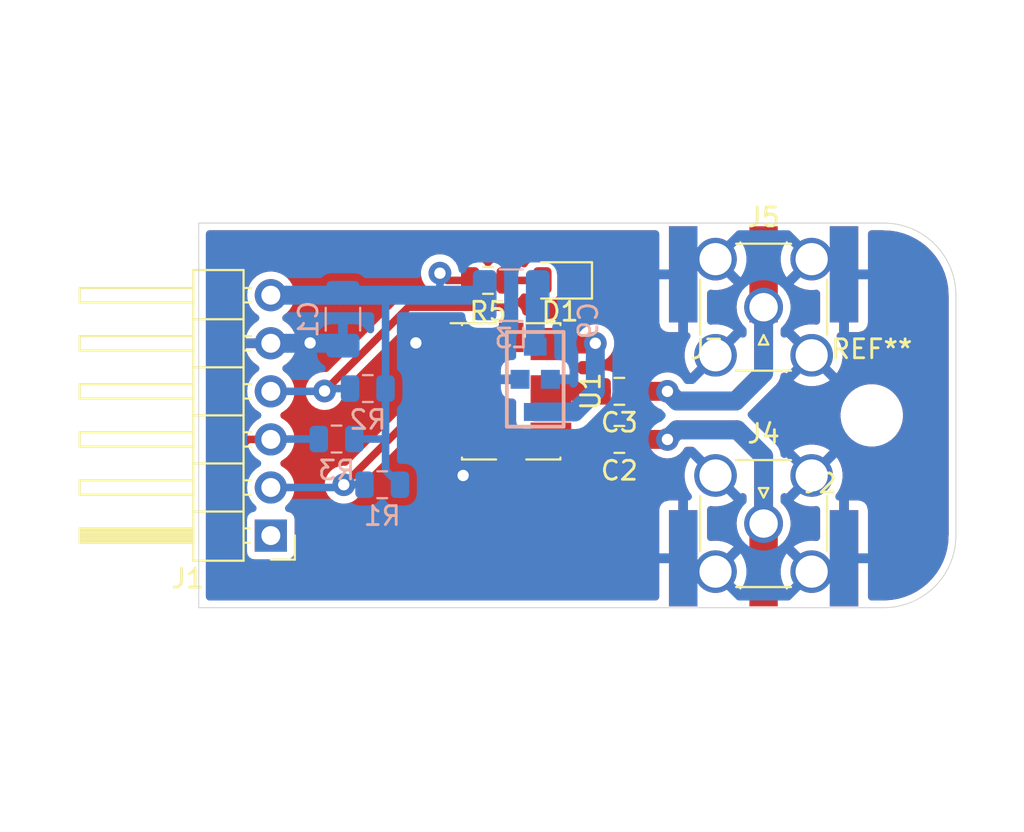
<source format=kicad_pcb>
(kicad_pcb (version 20190907) (host pcbnew "(5.99.0-276-g47d7fea9b)")

  (general
    (thickness 1.6)
    (drawings 7)
    (tracks 91)
    (modules 17)
    (nets 15)
  )

  (page "A4")
  (layers
    (0 "F.Cu" signal)
    (31 "B.Cu" signal)
    (32 "B.Adhes" user)
    (33 "F.Adhes" user)
    (34 "B.Paste" user)
    (35 "F.Paste" user)
    (36 "B.SilkS" user)
    (37 "F.SilkS" user)
    (38 "B.Mask" user)
    (39 "F.Mask" user)
    (40 "Dwgs.User" user)
    (41 "Cmts.User" user)
    (42 "Eco1.User" user)
    (43 "Eco2.User" user)
    (44 "Edge.Cuts" user)
    (45 "Margin" user)
    (46 "B.CrtYd" user)
    (47 "F.CrtYd" user)
    (48 "B.Fab" user hide)
    (49 "F.Fab" user)
  )

  (setup
    (stackup
      (layer "F.SilkS" (type "Top Silk Screen"))
      (layer "F.Paste" (type "Top Solder Paste"))
      (layer "F.Mask" (type "Top Solder Mask") (thickness 0.01) (color "Green"))
      (layer "F.Cu" (type "copper") (thickness 0.035))
      (layer "dielectric 1" (type "core") (thickness 1.51) (material "FR4") (epsilon_r 4.5) (loss_tangent 0.02))
      (layer "B.Cu" (type "copper") (thickness 0.035))
      (layer "B.Mask" (type "Bottom Solder Mask") (thickness 0.01) (color "Green"))
      (layer "B.Paste" (type "Bottom Solder Paste"))
      (layer "B.SilkS" (type "Bottom Silk Screen"))
      (copper_finish "None")
      (dielectric_constraints no)
    )
    (last_trace_width 0.4)
    (user_trace_width 0.4)
    (user_trace_width 1)
    (trace_clearance 0.4)
    (zone_clearance 0.381)
    (zone_45_only no)
    (trace_min 0.3)
    (via_size 1.2)
    (via_drill 0.6)
    (via_min_size 1.2)
    (via_min_drill 0.6)
    (uvia_size 0.3)
    (uvia_drill 0.1)
    (uvias_allowed no)
    (uvia_min_size 0.2)
    (uvia_min_drill 0.1)
    (max_error 0.005)
    (defaults
      (edge_clearance 0.01)
      (edge_cuts_line_width 0.05)
      (courtyard_line_width 0.05)
      (copper_line_width 0.2)
      (copper_text_dims (size 1.5 1.5) (thickness 0.3))
      (silk_line_width 0.12)
      (silk_text_dims (size 1 1) (thickness 0.15))
      (other_layers_line_width 0.1)
      (other_layers_text_dims (size 1 1) (thickness 0.15))
    )
    (pad_size 1.524 1.524)
    (pad_drill 0.762)
    (pad_to_mask_clearance 0.051)
    (solder_mask_min_width 0.25)
    (aux_axis_origin 0 0)
    (grid_origin 74.88625 97.30125)
    (visible_elements FFFFFF7F)
    (pcbplotparams
      (layerselection 0x01000_ffffffff)
      (usegerberextensions false)
      (usegerberattributes false)
      (usegerberadvancedattributes false)
      (creategerberjobfile false)
      (excludeedgelayer true)
      (linewidth 0.100000)
      (plotframeref false)
      (viasonmask false)
      (mode 1)
      (useauxorigin false)
      (hpglpennumber 1)
      (hpglpenspeed 20)
      (hpglpendiameter 15.000000)
      (psnegative false)
      (psa4output false)
      (plotreference true)
      (plotvalue true)
      (plotinvisibletext false)
      (padsonsilk false)
      (subtractmaskfromsilk false)
      (outputformat 1)
      (mirror false)
      (drillshape 0)
      (scaleselection 1)
      (outputdirectory "grb")
    )
  )

  (net 0 "")
  (net 1 "GND")
  (net 2 "+3V3")
  (net 3 "Net-(C9-Pad3)")
  (net 4 "Net-(C9-Pad1)")
  (net 5 "Net-(D1-Pad2)")
  (net 6 "/SDA")
  (net 7 "/SCL")
  (net 8 "/OE")
  (net 9 "Net-(J1-Pad1)")
  (net 10 "Net-(U1-Pad1)")
  (net 11 "Net-(C2-Pad2)")
  (net 12 "Net-(C2-Pad1)")
  (net 13 "Net-(C3-Pad2)")
  (net 14 "Net-(C3-Pad1)")

  (net_class "Default" "This is the default net class."
    (clearance 0.4)
    (trace_width 0.4)
    (via_dia 1.2)
    (via_drill 0.6)
    (uvia_dia 0.3)
    (uvia_drill 0.1)
    (diff_pair_width 0.4)
    (diff_pair_gap 0.4)
    (add_net "+3V3")
    (add_net "/OE")
    (add_net "/SCL")
    (add_net "/SDA")
    (add_net "GND")
    (add_net "Net-(C9-Pad1)")
    (add_net "Net-(C9-Pad3)")
    (add_net "Net-(D1-Pad2)")
    (add_net "Net-(J1-Pad1)")
    (add_net "Net-(U1-Pad1)")
  )

  (net_class "50Ohm" ""
    (clearance 0.4)
    (trace_width 1.76)
    (via_dia 1.2)
    (via_drill 0.6)
    (uvia_dia 0.3)
    (uvia_drill 0.1)
    (diff_pair_width 0.4)
    (diff_pair_gap 0.4)
    (add_net "Net-(C2-Pad1)")
    (add_net "Net-(C2-Pad2)")
    (add_net "Net-(C3-Pad1)")
    (add_net "Net-(C3-Pad2)")
  )

  (module "Connector_Coaxial:SMA_Amphenol_132134-11_Vertical" (layer "F.Cu") (tedit 5B2F4C93) (tstamp 5DC23EFC)
    (at 100.92125 85.23625)
    (descr "https://www.amphenolrf.com/downloads/dl/file/id/3406/product/2975/132134_11_customer_drawing.pdf")
    (tags "SMA THT Female Jack Vertical ExtendedLegs")
    (path "/5DC1DFEE")
    (fp_text reference "J5" (at 0 -4.75) (layer "F.SilkS")
      (effects (font (size 1 1) (thickness 0.15)))
    )
    (fp_text value "Conn_Coaxial" (at 0 5) (layer "F.Fab")
      (effects (font (size 1 1) (thickness 0.15)))
    )
    (fp_text user "%R" (at 0 0) (layer "F.Fab")
      (effects (font (size 1 1) (thickness 0.15)))
    )
    (fp_line (start -1.45 -3.355) (end 1.45 -3.355) (layer "F.SilkS") (width 0.12))
    (fp_line (start -1.45 3.355) (end 1.45 3.355) (layer "F.SilkS") (width 0.12))
    (fp_line (start 3.355 -1.45) (end 3.355 1.45) (layer "F.SilkS") (width 0.12))
    (fp_line (start -3.355 -1.45) (end -3.355 1.45) (layer "F.SilkS") (width 0.12))
    (fp_line (start 3.175 -3.175) (end 3.175 3.175) (layer "F.Fab") (width 0.1))
    (fp_line (start -3.175 3.175) (end 3.175 3.175) (layer "F.Fab") (width 0.1))
    (fp_line (start -3.175 -3.175) (end -3.175 3.175) (layer "F.Fab") (width 0.1))
    (fp_line (start -3.175 -3.175) (end 3.175 -3.175) (layer "F.Fab") (width 0.1))
    (fp_line (start -4.17 -4.17) (end 4.17 -4.17) (layer "F.CrtYd") (width 0.05))
    (fp_line (start -4.17 -4.17) (end -4.17 4.17) (layer "F.CrtYd") (width 0.05))
    (fp_line (start 4.17 4.17) (end 4.17 -4.17) (layer "F.CrtYd") (width 0.05))
    (fp_line (start 4.17 4.17) (end -4.17 4.17) (layer "F.CrtYd") (width 0.05))
    (fp_circle (center 0 0) (end 3.175 0) (layer "F.Fab") (width 0.1))
    (pad "2" thru_hole circle (at -2.54 2.54) (size 2.25 2.25) (drill 1.7) (layers *.Cu *.Mask)
      (net 1 "GND"))
    (pad "2" thru_hole circle (at -2.54 -2.54) (size 2.25 2.25) (drill 1.7) (layers *.Cu *.Mask)
      (net 1 "GND"))
    (pad "2" thru_hole circle (at 2.54 -2.54) (size 2.25 2.25) (drill 1.7) (layers *.Cu *.Mask)
      (net 1 "GND"))
    (pad "2" thru_hole circle (at 2.54 2.54) (size 2.25 2.25) (drill 1.7) (layers *.Cu *.Mask)
      (net 1 "GND"))
    (pad "1" thru_hole circle (at 0 0) (size 2.05 2.05) (drill 1.5) (layers *.Cu *.Mask)
      (net 14 "Net-(C3-Pad1)"))
    (model "${KISYS3DMOD}/Connector_Coaxial.3dshapes/SMA_Amphenol_132134-11_Vertical.wrl"
      (at (xyz 0 0 0))
      (scale (xyz 1 1 1))
      (rotate (xyz 0 0 0))
    )
  )

  (module "Connector_Coaxial:SMA_Amphenol_132134-11_Vertical" (layer "F.Cu") (tedit 5B2F4C93) (tstamp 5DC23F44)
    (at 100.92125 96.66625)
    (descr "https://www.amphenolrf.com/downloads/dl/file/id/3406/product/2975/132134_11_customer_drawing.pdf")
    (tags "SMA THT Female Jack Vertical ExtendedLegs")
    (path "/5DC1D44D")
    (fp_text reference "J4" (at 0 -4.75) (layer "F.SilkS")
      (effects (font (size 1 1) (thickness 0.15)))
    )
    (fp_text value "Conn_Coaxial" (at 0 5) (layer "F.Fab")
      (effects (font (size 1 1) (thickness 0.15)))
    )
    (fp_text user "%R" (at 0 0) (layer "F.Fab")
      (effects (font (size 1 1) (thickness 0.15)))
    )
    (fp_line (start -1.45 -3.355) (end 1.45 -3.355) (layer "F.SilkS") (width 0.12))
    (fp_line (start -1.45 3.355) (end 1.45 3.355) (layer "F.SilkS") (width 0.12))
    (fp_line (start 3.355 -1.45) (end 3.355 1.45) (layer "F.SilkS") (width 0.12))
    (fp_line (start -3.355 -1.45) (end -3.355 1.45) (layer "F.SilkS") (width 0.12))
    (fp_line (start 3.175 -3.175) (end 3.175 3.175) (layer "F.Fab") (width 0.1))
    (fp_line (start -3.175 3.175) (end 3.175 3.175) (layer "F.Fab") (width 0.1))
    (fp_line (start -3.175 -3.175) (end -3.175 3.175) (layer "F.Fab") (width 0.1))
    (fp_line (start -3.175 -3.175) (end 3.175 -3.175) (layer "F.Fab") (width 0.1))
    (fp_line (start -4.17 -4.17) (end 4.17 -4.17) (layer "F.CrtYd") (width 0.05))
    (fp_line (start -4.17 -4.17) (end -4.17 4.17) (layer "F.CrtYd") (width 0.05))
    (fp_line (start 4.17 4.17) (end 4.17 -4.17) (layer "F.CrtYd") (width 0.05))
    (fp_line (start 4.17 4.17) (end -4.17 4.17) (layer "F.CrtYd") (width 0.05))
    (fp_circle (center 0 0) (end 3.175 0) (layer "F.Fab") (width 0.1))
    (pad "2" thru_hole circle (at -2.54 2.54) (size 2.25 2.25) (drill 1.7) (layers *.Cu *.Mask)
      (net 1 "GND"))
    (pad "2" thru_hole circle (at -2.54 -2.54) (size 2.25 2.25) (drill 1.7) (layers *.Cu *.Mask)
      (net 1 "GND"))
    (pad "2" thru_hole circle (at 2.54 -2.54) (size 2.25 2.25) (drill 1.7) (layers *.Cu *.Mask)
      (net 1 "GND"))
    (pad "2" thru_hole circle (at 2.54 2.54) (size 2.25 2.25) (drill 1.7) (layers *.Cu *.Mask)
      (net 1 "GND"))
    (pad "1" thru_hole circle (at 0 0) (size 2.05 2.05) (drill 1.5) (layers *.Cu *.Mask)
      (net 12 "Net-(C2-Pad1)"))
    (model "${KISYS3DMOD}/Connector_Coaxial.3dshapes/SMA_Amphenol_132134-11_Vertical.wrl"
      (at (xyz 0 0 0))
      (scale (xyz 1 1 1))
      (rotate (xyz 0 0 0))
    )
  )

  (module "MountingHole:MountingHole_2.5mm" locked (layer "F.Cu") (tedit 56D1B4CB) (tstamp 5DC222BB)
    (at 106.63625 90.95125)
    (descr "Mounting Hole 2.5mm, no annular")
    (tags "mounting hole 2.5mm no annular")
    (attr virtual)
    (fp_text reference "REF**" (at 0 -3.5) (layer "F.SilkS")
      (effects (font (size 1 1) (thickness 0.15)))
    )
    (fp_text value "MountingHole_2.5mm" (at 0 3.5) (layer "F.Fab")
      (effects (font (size 1 1) (thickness 0.15)))
    )
    (fp_circle (center 0 0) (end 2.75 0) (layer "F.CrtYd") (width 0.05))
    (fp_circle (center 0 0) (end 2.5 0) (layer "Cmts.User") (width 0.15))
    (fp_text user "%R" (at 0.3 0) (layer "F.Fab")
      (effects (font (size 1 1) (thickness 0.15)))
    )
    (pad "1" np_thru_hole circle (at 0 0) (size 2.5 2.5) (drill 2.5) (layers *.Cu *.Mask))
  )

  (module "Resistor_SMD:R_0805_2012Metric" (layer "B.Cu") (tedit 5B36C52B) (tstamp 5DC1931A)
    (at 78.359 92.202)
    (descr "Resistor SMD 0805 (2012 Metric), square (rectangular) end terminal, IPC_7351 nominal, (Body size source: https://docs.google.com/spreadsheets/d/1BsfQQcO9C6DZCsRaXUlFlo91Tg2WpOkGARC1WS5S8t0/edit?usp=sharing), generated with kicad-footprint-generator")
    (tags "resistor")
    (path "/5DC16F47")
    (attr smd)
    (fp_text reference "R3" (at 0 1.65) (layer "B.SilkS")
      (effects (font (size 1 1) (thickness 0.15)) (justify mirror))
    )
    (fp_text value "2k2" (at 0 -1.65) (layer "B.Fab")
      (effects (font (size 1 1) (thickness 0.15)) (justify mirror))
    )
    (fp_line (start -1 -0.6) (end -1 0.6) (layer "B.Fab") (width 0.1))
    (fp_line (start -1 0.6) (end 1 0.6) (layer "B.Fab") (width 0.1))
    (fp_line (start 1 0.6) (end 1 -0.6) (layer "B.Fab") (width 0.1))
    (fp_line (start 1 -0.6) (end -1 -0.6) (layer "B.Fab") (width 0.1))
    (fp_line (start -0.258578 0.71) (end 0.258578 0.71) (layer "B.SilkS") (width 0.12))
    (fp_line (start -0.258578 -0.71) (end 0.258578 -0.71) (layer "B.SilkS") (width 0.12))
    (fp_line (start -1.68 -0.95) (end -1.68 0.95) (layer "B.CrtYd") (width 0.05))
    (fp_line (start -1.68 0.95) (end 1.68 0.95) (layer "B.CrtYd") (width 0.05))
    (fp_line (start 1.68 0.95) (end 1.68 -0.95) (layer "B.CrtYd") (width 0.05))
    (fp_line (start 1.68 -0.95) (end -1.68 -0.95) (layer "B.CrtYd") (width 0.05))
    (fp_text user "%R" (at 0 0) (layer "B.Fab")
      (effects (font (size 0.5 0.5) (thickness 0.08)) (justify mirror))
    )
    (pad "2" smd roundrect (at 0.9375 0) (size 0.975 1.4) (layers "B.Cu" "B.Paste" "B.Mask") (roundrect_rratio 0.25)
      (net 2 "+3V3"))
    (pad "1" smd roundrect (at -0.9375 0) (size 0.975 1.4) (layers "B.Cu" "B.Paste" "B.Mask") (roundrect_rratio 0.25)
      (net 7 "/SCL"))
    (model "${KISYS3DMOD}/Resistor_SMD.3dshapes/R_0805_2012Metric.wrl"
      (at (xyz 0 0 0))
      (scale (xyz 1 1 1))
      (rotate (xyz 0 0 0))
    )
  )

  (module "Resistor_SMD:R_0805_2012Metric" (layer "B.Cu") (tedit 5B36C52B) (tstamp 5DC19E90)
    (at 80.01 89.535)
    (descr "Resistor SMD 0805 (2012 Metric), square (rectangular) end terminal, IPC_7351 nominal, (Body size source: https://docs.google.com/spreadsheets/d/1BsfQQcO9C6DZCsRaXUlFlo91Tg2WpOkGARC1WS5S8t0/edit?usp=sharing), generated with kicad-footprint-generator")
    (tags "resistor")
    (path "/5DC16014")
    (attr smd)
    (fp_text reference "R2" (at 0 1.65) (layer "B.SilkS")
      (effects (font (size 1 1) (thickness 0.15)) (justify mirror))
    )
    (fp_text value "2k2" (at 0 -1.65) (layer "B.Fab")
      (effects (font (size 1 1) (thickness 0.15)) (justify mirror))
    )
    (fp_line (start -1 -0.6) (end -1 0.6) (layer "B.Fab") (width 0.1))
    (fp_line (start -1 0.6) (end 1 0.6) (layer "B.Fab") (width 0.1))
    (fp_line (start 1 0.6) (end 1 -0.6) (layer "B.Fab") (width 0.1))
    (fp_line (start 1 -0.6) (end -1 -0.6) (layer "B.Fab") (width 0.1))
    (fp_line (start -0.258578 0.71) (end 0.258578 0.71) (layer "B.SilkS") (width 0.12))
    (fp_line (start -0.258578 -0.71) (end 0.258578 -0.71) (layer "B.SilkS") (width 0.12))
    (fp_line (start -1.68 -0.95) (end -1.68 0.95) (layer "B.CrtYd") (width 0.05))
    (fp_line (start -1.68 0.95) (end 1.68 0.95) (layer "B.CrtYd") (width 0.05))
    (fp_line (start 1.68 0.95) (end 1.68 -0.95) (layer "B.CrtYd") (width 0.05))
    (fp_line (start 1.68 -0.95) (end -1.68 -0.95) (layer "B.CrtYd") (width 0.05))
    (fp_text user "%R" (at 0 0) (layer "B.Fab")
      (effects (font (size 0.5 0.5) (thickness 0.08)) (justify mirror))
    )
    (pad "2" smd roundrect (at 0.9375 0) (size 0.975 1.4) (layers "B.Cu" "B.Paste" "B.Mask") (roundrect_rratio 0.25)
      (net 2 "+3V3"))
    (pad "1" smd roundrect (at -0.9375 0) (size 0.975 1.4) (layers "B.Cu" "B.Paste" "B.Mask") (roundrect_rratio 0.25)
      (net 6 "/SDA"))
    (model "${KISYS3DMOD}/Resistor_SMD.3dshapes/R_0805_2012Metric.wrl"
      (at (xyz 0 0 0))
      (scale (xyz 1 1 1))
      (rotate (xyz 0 0 0))
    )
  )

  (module "Capacitor_SMD:C_0805_2012Metric" (layer "F.Cu") (tedit 5B36C52B) (tstamp 5DC23F80)
    (at 93.30125 89.68125 180)
    (descr "Capacitor SMD 0805 (2012 Metric), square (rectangular) end terminal, IPC_7351 nominal, (Body size source: https://docs.google.com/spreadsheets/d/1BsfQQcO9C6DZCsRaXUlFlo91Tg2WpOkGARC1WS5S8t0/edit?usp=sharing), generated with kicad-footprint-generator")
    (tags "capacitor")
    (path "/5DC148F5")
    (attr smd)
    (fp_text reference "C3" (at 0 -1.65) (layer "F.SilkS")
      (effects (font (size 1 1) (thickness 0.15)))
    )
    (fp_text value "100n" (at 0 1.65) (layer "F.Fab")
      (effects (font (size 1 1) (thickness 0.15)))
    )
    (fp_line (start -1 0.6) (end -1 -0.6) (layer "F.Fab") (width 0.1))
    (fp_line (start -1 -0.6) (end 1 -0.6) (layer "F.Fab") (width 0.1))
    (fp_line (start 1 -0.6) (end 1 0.6) (layer "F.Fab") (width 0.1))
    (fp_line (start 1 0.6) (end -1 0.6) (layer "F.Fab") (width 0.1))
    (fp_line (start -0.258578 -0.71) (end 0.258578 -0.71) (layer "F.SilkS") (width 0.12))
    (fp_line (start -0.258578 0.71) (end 0.258578 0.71) (layer "F.SilkS") (width 0.12))
    (fp_line (start -1.68 0.95) (end -1.68 -0.95) (layer "F.CrtYd") (width 0.05))
    (fp_line (start -1.68 -0.95) (end 1.68 -0.95) (layer "F.CrtYd") (width 0.05))
    (fp_line (start 1.68 -0.95) (end 1.68 0.95) (layer "F.CrtYd") (width 0.05))
    (fp_line (start 1.68 0.95) (end -1.68 0.95) (layer "F.CrtYd") (width 0.05))
    (fp_text user "%R" (at 0 0) (layer "F.Fab")
      (effects (font (size 0.5 0.5) (thickness 0.08)))
    )
    (pad "2" smd roundrect (at 0.9375 0 180) (size 0.975 1.4) (layers "F.Cu" "F.Paste" "F.Mask") (roundrect_rratio 0.25)
      (net 13 "Net-(C3-Pad2)"))
    (pad "1" smd roundrect (at -0.9375 0 180) (size 0.975 1.4) (layers "F.Cu" "F.Paste" "F.Mask") (roundrect_rratio 0.25)
      (net 14 "Net-(C3-Pad1)"))
    (model "${KISYS3DMOD}/Capacitor_SMD.3dshapes/C_0805_2012Metric.wrl"
      (at (xyz 0 0 0))
      (scale (xyz 1 1 1))
      (rotate (xyz 0 0 0))
    )
  )

  (module "Capacitor_SMD:C_0805_2012Metric" (layer "F.Cu") (tedit 5B36C52B) (tstamp 5DC23FB6)
    (at 93.30125 92.22125 180)
    (descr "Capacitor SMD 0805 (2012 Metric), square (rectangular) end terminal, IPC_7351 nominal, (Body size source: https://docs.google.com/spreadsheets/d/1BsfQQcO9C6DZCsRaXUlFlo91Tg2WpOkGARC1WS5S8t0/edit?usp=sharing), generated with kicad-footprint-generator")
    (tags "capacitor")
    (path "/5DC13DA2")
    (attr smd)
    (fp_text reference "C2" (at 0 -1.65) (layer "F.SilkS")
      (effects (font (size 1 1) (thickness 0.15)))
    )
    (fp_text value "100n" (at 0 1.65) (layer "F.Fab")
      (effects (font (size 1 1) (thickness 0.15)))
    )
    (fp_line (start -1 0.6) (end -1 -0.6) (layer "F.Fab") (width 0.1))
    (fp_line (start -1 -0.6) (end 1 -0.6) (layer "F.Fab") (width 0.1))
    (fp_line (start 1 -0.6) (end 1 0.6) (layer "F.Fab") (width 0.1))
    (fp_line (start 1 0.6) (end -1 0.6) (layer "F.Fab") (width 0.1))
    (fp_line (start -0.258578 -0.71) (end 0.258578 -0.71) (layer "F.SilkS") (width 0.12))
    (fp_line (start -0.258578 0.71) (end 0.258578 0.71) (layer "F.SilkS") (width 0.12))
    (fp_line (start -1.68 0.95) (end -1.68 -0.95) (layer "F.CrtYd") (width 0.05))
    (fp_line (start -1.68 -0.95) (end 1.68 -0.95) (layer "F.CrtYd") (width 0.05))
    (fp_line (start 1.68 -0.95) (end 1.68 0.95) (layer "F.CrtYd") (width 0.05))
    (fp_line (start 1.68 0.95) (end -1.68 0.95) (layer "F.CrtYd") (width 0.05))
    (fp_text user "%R" (at 0 0) (layer "F.Fab")
      (effects (font (size 0.5 0.5) (thickness 0.08)))
    )
    (pad "2" smd roundrect (at 0.9375 0 180) (size 0.975 1.4) (layers "F.Cu" "F.Paste" "F.Mask") (roundrect_rratio 0.25)
      (net 11 "Net-(C2-Pad2)"))
    (pad "1" smd roundrect (at -0.9375 0 180) (size 0.975 1.4) (layers "F.Cu" "F.Paste" "F.Mask") (roundrect_rratio 0.25)
      (net 12 "Net-(C2-Pad1)"))
    (model "${KISYS3DMOD}/Capacitor_SMD.3dshapes/C_0805_2012Metric.wrl"
      (at (xyz 0 0 0))
      (scale (xyz 1 1 1))
      (rotate (xyz 0 0 0))
    )
  )

  (module "Inductor_SMD:L_1210_3225Metric" (layer "B.Cu") (tedit 5B301BBE) (tstamp 5DC179C4)
    (at 87.58625 84.60125)
    (descr "Inductor SMD 1210 (3225 Metric), square (rectangular) end terminal, IPC_7351 nominal, (Body size source: http://www.tortai-tech.com/upload/download/2011102023233369053.pdf), generated with kicad-footprint-generator")
    (tags "inductor")
    (path "/5B07CC7A")
    (attr smd)
    (fp_text reference "L3" (at 0 2.28) (layer "B.SilkS")
      (effects (font (size 1 1) (thickness 0.15)) (justify mirror))
    )
    (fp_text value "22u" (at 0 -2.28) (layer "B.Fab")
      (effects (font (size 1 1) (thickness 0.15)) (justify mirror))
    )
    (fp_text user "%R" (at 0 0) (layer "B.Fab")
      (effects (font (size 0.8 0.8) (thickness 0.12)) (justify mirror))
    )
    (fp_line (start 2.28 -1.58) (end -2.28 -1.58) (layer "B.CrtYd") (width 0.05))
    (fp_line (start 2.28 1.58) (end 2.28 -1.58) (layer "B.CrtYd") (width 0.05))
    (fp_line (start -2.28 1.58) (end 2.28 1.58) (layer "B.CrtYd") (width 0.05))
    (fp_line (start -2.28 -1.58) (end -2.28 1.58) (layer "B.CrtYd") (width 0.05))
    (fp_line (start -0.602064 -1.36) (end 0.602064 -1.36) (layer "B.SilkS") (width 0.12))
    (fp_line (start -0.602064 1.36) (end 0.602064 1.36) (layer "B.SilkS") (width 0.12))
    (fp_line (start 1.6 -1.25) (end -1.6 -1.25) (layer "B.Fab") (width 0.1))
    (fp_line (start 1.6 1.25) (end 1.6 -1.25) (layer "B.Fab") (width 0.1))
    (fp_line (start -1.6 1.25) (end 1.6 1.25) (layer "B.Fab") (width 0.1))
    (fp_line (start -1.6 -1.25) (end -1.6 1.25) (layer "B.Fab") (width 0.1))
    (pad "2" smd roundrect (at 1.4 0) (size 1.25 2.65) (layers "B.Cu" "B.Paste" "B.Mask") (roundrect_rratio 0.2)
      (net 4 "Net-(C9-Pad1)"))
    (pad "1" smd roundrect (at -1.4 0) (size 1.25 2.65) (layers "B.Cu" "B.Paste" "B.Mask") (roundrect_rratio 0.2)
      (net 2 "+3V3"))
    (model "${KISYS3DMOD}/Inductor_SMD.3dshapes/L_1210_3225Metric.wrl"
      (at (xyz 0 0 0))
      (scale (xyz 1 1 1))
      (rotate (xyz 0 0 0))
    )
  )

  (module "LED_SMD:LED_0805_2012Metric" (layer "F.Cu") (tedit 5B36C52C) (tstamp 5DC176F3)
    (at 90.17 83.82 180)
    (descr "LED SMD 0805 (2012 Metric), square (rectangular) end terminal, IPC_7351 nominal, (Body size source: https://docs.google.com/spreadsheets/d/1BsfQQcO9C6DZCsRaXUlFlo91Tg2WpOkGARC1WS5S8t0/edit?usp=sharing), generated with kicad-footprint-generator")
    (tags "diode")
    (path "/5DBD579B")
    (attr smd)
    (fp_text reference "D1" (at 0 -1.65) (layer "F.SilkS")
      (effects (font (size 1 1) (thickness 0.15)))
    )
    (fp_text value "LED" (at 0 1.65) (layer "F.Fab")
      (effects (font (size 1 1) (thickness 0.15)))
    )
    (fp_line (start 1 -0.6) (end -0.7 -0.6) (layer "F.Fab") (width 0.1))
    (fp_line (start -0.7 -0.6) (end -1 -0.3) (layer "F.Fab") (width 0.1))
    (fp_line (start -1 -0.3) (end -1 0.6) (layer "F.Fab") (width 0.1))
    (fp_line (start -1 0.6) (end 1 0.6) (layer "F.Fab") (width 0.1))
    (fp_line (start 1 0.6) (end 1 -0.6) (layer "F.Fab") (width 0.1))
    (fp_line (start 1 -0.96) (end -1.685 -0.96) (layer "F.SilkS") (width 0.12))
    (fp_line (start -1.685 -0.96) (end -1.685 0.96) (layer "F.SilkS") (width 0.12))
    (fp_line (start -1.685 0.96) (end 1 0.96) (layer "F.SilkS") (width 0.12))
    (fp_line (start -1.68 0.95) (end -1.68 -0.95) (layer "F.CrtYd") (width 0.05))
    (fp_line (start -1.68 -0.95) (end 1.68 -0.95) (layer "F.CrtYd") (width 0.05))
    (fp_line (start 1.68 -0.95) (end 1.68 0.95) (layer "F.CrtYd") (width 0.05))
    (fp_line (start 1.68 0.95) (end -1.68 0.95) (layer "F.CrtYd") (width 0.05))
    (fp_text user "%R" (at 0 0) (layer "F.Fab")
      (effects (font (size 0.5 0.5) (thickness 0.08)))
    )
    (pad "2" smd roundrect (at 0.9375 0 180) (size 0.975 1.4) (layers "F.Cu" "F.Paste" "F.Mask") (roundrect_rratio 0.25)
      (net 5 "Net-(D1-Pad2)"))
    (pad "1" smd roundrect (at -0.9375 0 180) (size 0.975 1.4) (layers "F.Cu" "F.Paste" "F.Mask") (roundrect_rratio 0.25)
      (net 1 "GND"))
    (model "${KISYS3DMOD}/LED_SMD.3dshapes/LED_0805_2012Metric.wrl"
      (at (xyz 0 0 0))
      (scale (xyz 1 1 1))
      (rotate (xyz 0 0 0))
    )
  )

  (module "Oscillator:Oscillator_SMD_SI570_SI571_Standard" (layer "F.Cu") (tedit 58CD3345) (tstamp 5DC17A70)
    (at 87.58625 89.68125 -90)
    (descr "SI570, SI571, Programmable oscillator, Standard")
    (tags "SI570 SI571 Programmable oscillator Standard")
    (path "/5DC178B0")
    (attr smd)
    (fp_text reference "U1" (at 0 -4.2 90) (layer "F.SilkS")
      (effects (font (size 1 1) (thickness 0.15)))
    )
    (fp_text value "Si570" (at -0.1 4.4 90) (layer "F.Fab")
      (effects (font (size 1 1) (thickness 0.15)))
    )
    (fp_circle (center -1 0) (end -0.85 0) (layer "F.Adhes") (width 0.38))
    (fp_circle (center 1 0) (end 0.85 0) (layer "F.Adhes") (width 0.38))
    (fp_circle (center 1 0) (end 0.55 0) (layer "F.Adhes") (width 0.38))
    (fp_circle (center -1 0) (end -0.55 0) (layer "F.Adhes") (width 0.38))
    (fp_circle (center 0 0) (end 0.15 0) (layer "F.Adhes") (width 0.38))
    (fp_circle (center 0 0) (end 0.35 0) (layer "F.Adhes") (width 0.38))
    (fp_line (start -3.5 2.5) (end 3.5 2.5) (layer "F.Fab") (width 0.1))
    (fp_line (start -3.5 -2.5) (end -3.5 2.5) (layer "F.Fab") (width 0.1))
    (fp_line (start 3.5 -2.5) (end -3.5 -2.5) (layer "F.Fab") (width 0.1))
    (fp_line (start 3.5 2.5) (end 3.5 -2.5) (layer "F.Fab") (width 0.1))
    (fp_line (start -3.5 1.1) (end -2.1 2.5) (layer "F.Fab") (width 0.1))
    (fp_line (start -3.9 -3.5) (end 3.9 -3.5) (layer "F.CrtYd") (width 0.05))
    (fp_line (start -3.9 3.5) (end -3.9 -3.5) (layer "F.CrtYd") (width 0.05))
    (fp_line (start 3.9 3.5) (end -3.9 3.5) (layer "F.CrtYd") (width 0.05))
    (fp_line (start 3.9 -3.5) (end 3.9 3.5) (layer "F.CrtYd") (width 0.05))
    (fp_line (start -3.6 0.8) (end -3.6 3.2) (layer "F.SilkS") (width 0.12))
    (fp_line (start 3.6 2.5) (end 3.6 0.8) (layer "F.SilkS") (width 0.12))
    (fp_line (start 3.6 -0.8) (end 3.6 -2.5) (layer "F.SilkS") (width 0.12))
    (fp_line (start -3.6 -2.5) (end -3.6 -0.8) (layer "F.SilkS") (width 0.12))
    (fp_line (start -3.6 -2.6) (end -3.5 -2.6) (layer "F.SilkS") (width 0.12))
    (fp_line (start -3.6 -2.5) (end -3.6 -2.6) (layer "F.SilkS") (width 0.12))
    (fp_line (start 3.6 -2.6) (end 3.5 -2.6) (layer "F.SilkS") (width 0.12))
    (fp_line (start 3.6 -2.5) (end 3.6 -2.6) (layer "F.SilkS") (width 0.12))
    (fp_line (start 3.6 2.6) (end 3.5 2.6) (layer "F.SilkS") (width 0.12))
    (fp_line (start 3.6 2.5) (end 3.6 2.6) (layer "F.SilkS") (width 0.12))
    (fp_line (start -3.6 2.6) (end -3.5 2.6) (layer "F.SilkS") (width 0.12))
    (fp_text user "%R" (at 0 0 90) (layer "F.Fab")
      (effects (font (size 1 1) (thickness 0.15)))
    )
    (pad "8" smd rect (at 2.85 0 270) (size 1.55 1.3) (layers "F.Cu" "F.Paste" "F.Mask")
      (net 7 "/SCL"))
    (pad "7" smd rect (at -2.85 0 270) (size 1.55 1.3) (layers "F.Cu" "F.Paste" "F.Mask")
      (net 6 "/SDA"))
    (pad "6" smd rect (at -2.5 -2.1 270) (size 1.7 2.15) (layers "F.Cu" "F.Paste" "F.Mask")
      (net 3 "Net-(C9-Pad3)"))
    (pad "5" smd rect (at 0 -2.1 270) (size 1.7 2.15) (layers "F.Cu" "F.Paste" "F.Mask")
      (net 13 "Net-(C3-Pad2)"))
    (pad "4" smd rect (at 2.5 -2.1 270) (size 1.7 2.15) (layers "F.Cu" "F.Paste" "F.Mask")
      (net 11 "Net-(C2-Pad2)"))
    (pad "3" smd rect (at 2.5 2.1 270) (size 1.7 2.15) (layers "F.Cu" "F.Paste" "F.Mask")
      (net 1 "GND"))
    (pad "2" smd rect (at 0 2.1 270) (size 1.7 2.15) (layers "F.Cu" "F.Paste" "F.Mask")
      (net 8 "/OE"))
    (pad "1" smd rect (at -2.5 2.1 270) (size 1.7 2.15) (layers "F.Cu" "F.Paste" "F.Mask")
      (net 10 "Net-(U1-Pad1)"))
    (model "${KISYS3DMOD}/Oscillator.3dshapes/Oscillator_SMD_SI570_SI571_Standard.wrl"
      (at (xyz 0 0 0))
      (scale (xyz 1 1 1))
      (rotate (xyz 0 0 0))
    )
  )

  (module "Resistor_SMD:R_0805_2012Metric" (layer "F.Cu") (tedit 5B36C52B) (tstamp 5DC17A2A)
    (at 86.36 83.82 180)
    (descr "Resistor SMD 0805 (2012 Metric), square (rectangular) end terminal, IPC_7351 nominal, (Body size source: https://docs.google.com/spreadsheets/d/1BsfQQcO9C6DZCsRaXUlFlo91Tg2WpOkGARC1WS5S8t0/edit?usp=sharing), generated with kicad-footprint-generator")
    (tags "resistor")
    (path "/5DBD57C6")
    (attr smd)
    (fp_text reference "R5" (at 0 -1.65 180) (layer "F.SilkS")
      (effects (font (size 1 1) (thickness 0.15)))
    )
    (fp_text value "2k2" (at 0 1.65 180) (layer "F.Fab")
      (effects (font (size 1 1) (thickness 0.15)))
    )
    (fp_text user "%R" (at 0 0 180) (layer "F.Fab")
      (effects (font (size 0.5 0.5) (thickness 0.08)))
    )
    (fp_line (start 1.68 0.95) (end -1.68 0.95) (layer "F.CrtYd") (width 0.05))
    (fp_line (start 1.68 -0.95) (end 1.68 0.95) (layer "F.CrtYd") (width 0.05))
    (fp_line (start -1.68 -0.95) (end 1.68 -0.95) (layer "F.CrtYd") (width 0.05))
    (fp_line (start -1.68 0.95) (end -1.68 -0.95) (layer "F.CrtYd") (width 0.05))
    (fp_line (start -0.258578 0.71) (end 0.258578 0.71) (layer "F.SilkS") (width 0.12))
    (fp_line (start -0.258578 -0.71) (end 0.258578 -0.71) (layer "F.SilkS") (width 0.12))
    (fp_line (start 1 0.6) (end -1 0.6) (layer "F.Fab") (width 0.1))
    (fp_line (start 1 -0.6) (end 1 0.6) (layer "F.Fab") (width 0.1))
    (fp_line (start -1 -0.6) (end 1 -0.6) (layer "F.Fab") (width 0.1))
    (fp_line (start -1 0.6) (end -1 -0.6) (layer "F.Fab") (width 0.1))
    (pad "2" smd roundrect (at 0.9375 0 180) (size 0.975 1.4) (layers "F.Cu" "F.Paste" "F.Mask") (roundrect_rratio 0.25)
      (net 2 "+3V3"))
    (pad "1" smd roundrect (at -0.9375 0 180) (size 0.975 1.4) (layers "F.Cu" "F.Paste" "F.Mask") (roundrect_rratio 0.25)
      (net 5 "Net-(D1-Pad2)"))
    (model "${KISYS3DMOD}/Resistor_SMD.3dshapes/R_0805_2012Metric.wrl"
      (at (xyz 0 0 0))
      (scale (xyz 1 1 1))
      (rotate (xyz 0 0 0))
    )
  )

  (module "Resistor_SMD:R_0805_2012Metric" (layer "B.Cu") (tedit 5B36C52B) (tstamp 5DC179FA)
    (at 80.772 94.615)
    (descr "Resistor SMD 0805 (2012 Metric), square (rectangular) end terminal, IPC_7351 nominal, (Body size source: https://docs.google.com/spreadsheets/d/1BsfQQcO9C6DZCsRaXUlFlo91Tg2WpOkGARC1WS5S8t0/edit?usp=sharing), generated with kicad-footprint-generator")
    (tags "resistor")
    (path "/5DC5C366")
    (attr smd)
    (fp_text reference "R1" (at 0 1.65) (layer "B.SilkS")
      (effects (font (size 1 1) (thickness 0.15)) (justify mirror))
    )
    (fp_text value "2k2" (at 0 -1.65) (layer "B.Fab")
      (effects (font (size 1 1) (thickness 0.15)) (justify mirror))
    )
    (fp_text user "%R" (at 0 0) (layer "B.Fab")
      (effects (font (size 0.5 0.5) (thickness 0.08)) (justify mirror))
    )
    (fp_line (start 1.68 -0.95) (end -1.68 -0.95) (layer "B.CrtYd") (width 0.05))
    (fp_line (start 1.68 0.95) (end 1.68 -0.95) (layer "B.CrtYd") (width 0.05))
    (fp_line (start -1.68 0.95) (end 1.68 0.95) (layer "B.CrtYd") (width 0.05))
    (fp_line (start -1.68 -0.95) (end -1.68 0.95) (layer "B.CrtYd") (width 0.05))
    (fp_line (start -0.258578 -0.71) (end 0.258578 -0.71) (layer "B.SilkS") (width 0.12))
    (fp_line (start -0.258578 0.71) (end 0.258578 0.71) (layer "B.SilkS") (width 0.12))
    (fp_line (start 1 -0.6) (end -1 -0.6) (layer "B.Fab") (width 0.1))
    (fp_line (start 1 0.6) (end 1 -0.6) (layer "B.Fab") (width 0.1))
    (fp_line (start -1 0.6) (end 1 0.6) (layer "B.Fab") (width 0.1))
    (fp_line (start -1 -0.6) (end -1 0.6) (layer "B.Fab") (width 0.1))
    (pad "2" smd roundrect (at 0.9375 0) (size 0.975 1.4) (layers "B.Cu" "B.Paste" "B.Mask") (roundrect_rratio 0.25)
      (net 2 "+3V3"))
    (pad "1" smd roundrect (at -0.9375 0) (size 0.975 1.4) (layers "B.Cu" "B.Paste" "B.Mask") (roundrect_rratio 0.25)
      (net 8 "/OE"))
    (model "${KISYS3DMOD}/Resistor_SMD.3dshapes/R_0805_2012Metric.wrl"
      (at (xyz 0 0 0))
      (scale (xyz 1 1 1))
      (rotate (xyz 0 0 0))
    )
  )

  (module "Connector_Coaxial:SMA_Amphenol_132289_EdgeMount" (layer "F.Cu") (tedit 5A1C1810) (tstamp 5DC17970)
    (at 100.92125 83.5 90)
    (descr "http://www.amphenolrf.com/132289.html")
    (tags "SMA")
    (path "/5DC5FA0D")
    (attr smd)
    (fp_text reference "J3" (at -3.96 -3) (layer "F.SilkS")
      (effects (font (size 1 1) (thickness 0.15)))
    )
    (fp_text value "Conn_Coaxial" (at 5 6 90) (layer "F.Fab")
      (effects (font (size 1 1) (thickness 0.15)))
    )
    (fp_line (start -1.91 5.08) (end 4.445 5.08) (layer "F.Fab") (width 0.1))
    (fp_line (start -1.91 3.81) (end -1.91 5.08) (layer "F.Fab") (width 0.1))
    (fp_line (start 2.54 3.81) (end -1.91 3.81) (layer "F.Fab") (width 0.1))
    (fp_line (start 2.54 -3.81) (end 2.54 3.81) (layer "F.Fab") (width 0.1))
    (fp_line (start -1.91 -3.81) (end 2.54 -3.81) (layer "F.Fab") (width 0.1))
    (fp_line (start -1.91 -5.08) (end -1.91 -3.81) (layer "F.Fab") (width 0.1))
    (fp_line (start -1.91 -5.08) (end 4.445 -5.08) (layer "F.Fab") (width 0.1))
    (fp_line (start 4.445 -3.81) (end 4.445 -5.08) (layer "F.Fab") (width 0.1))
    (fp_line (start 4.445 5.08) (end 4.445 3.81) (layer "F.Fab") (width 0.1))
    (fp_line (start 13.97 3.81) (end 4.445 3.81) (layer "F.Fab") (width 0.1))
    (fp_line (start 13.97 -3.81) (end 13.97 3.81) (layer "F.Fab") (width 0.1))
    (fp_line (start 4.445 -3.81) (end 13.97 -3.81) (layer "F.Fab") (width 0.1))
    (fp_line (start -3.04 5.58) (end -3.04 -5.58) (layer "B.CrtYd") (width 0.05))
    (fp_line (start 14.47 5.58) (end -3.04 5.58) (layer "B.CrtYd") (width 0.05))
    (fp_line (start 14.47 -5.58) (end 14.47 5.58) (layer "B.CrtYd") (width 0.05))
    (fp_line (start 14.47 -5.58) (end -3.04 -5.58) (layer "B.CrtYd") (width 0.05))
    (fp_line (start -3.04 5.58) (end -3.04 -5.58) (layer "F.CrtYd") (width 0.05))
    (fp_line (start 14.47 5.58) (end -3.04 5.58) (layer "F.CrtYd") (width 0.05))
    (fp_line (start 14.47 -5.58) (end 14.47 5.58) (layer "F.CrtYd") (width 0.05))
    (fp_line (start 14.47 -5.58) (end -3.04 -5.58) (layer "F.CrtYd") (width 0.05))
    (fp_text user "%R" (at 4.79 0 180) (layer "F.Fab")
      (effects (font (size 1 1) (thickness 0.15)))
    )
    (fp_line (start 2.54 -0.75) (end 3.54 0) (layer "F.Fab") (width 0.1))
    (fp_line (start 3.54 0) (end 2.54 0.75) (layer "F.Fab") (width 0.1))
    (fp_line (start -3.21 0) (end -3.71 -0.25) (layer "F.SilkS") (width 0.12))
    (fp_line (start -3.71 -0.25) (end -3.71 0.25) (layer "F.SilkS") (width 0.12))
    (fp_line (start -3.71 0.25) (end -3.21 0) (layer "F.SilkS") (width 0.12))
    (pad "1" smd rect (at 0 0 180) (size 1.5 5.08) (layers "F.Cu" "F.Paste" "F.Mask")
      (net 14 "Net-(C3-Pad1)"))
    (pad "2" smd rect (at 0 -4.25 180) (size 1.5 5.08) (layers "F.Cu" "F.Paste" "F.Mask")
      (net 1 "GND"))
    (pad "2" smd rect (at 0 4.25 180) (size 1.5 5.08) (layers "F.Cu" "F.Paste" "F.Mask")
      (net 1 "GND"))
    (pad "2" smd rect (at 0 -4.25 180) (size 1.5 5.08) (layers "B.Cu" "B.Paste" "B.Mask")
      (net 1 "GND"))
    (pad "2" smd rect (at 0 4.25 180) (size 1.5 5.08) (layers "B.Cu" "B.Paste" "B.Mask")
      (net 1 "GND"))
    (model "${KISYS3DMOD}/Connector_Coaxial.3dshapes/SMA_Amphenol_132289_EdgeMount.wrl"
      (at (xyz 0 0 0))
      (scale (xyz 1 1 1))
      (rotate (xyz 0 0 0))
    )
  )

  (module "Connector_Coaxial:SMA_Amphenol_132289_EdgeMount" (layer "F.Cu") (tedit 5A1C1810) (tstamp 5DC1790A)
    (at 100.92125 98.5 -90)
    (descr "http://www.amphenolrf.com/132289.html")
    (tags "SMA")
    (path "/5DC5DC7E")
    (attr smd)
    (fp_text reference "J2" (at -3.96 -3) (layer "F.SilkS")
      (effects (font (size 1 1) (thickness 0.15)))
    )
    (fp_text value "Conn_Coaxial" (at 5 6 90) (layer "F.Fab")
      (effects (font (size 1 1) (thickness 0.15)))
    )
    (fp_line (start -1.91 5.08) (end 4.445 5.08) (layer "F.Fab") (width 0.1))
    (fp_line (start -1.91 3.81) (end -1.91 5.08) (layer "F.Fab") (width 0.1))
    (fp_line (start 2.54 3.81) (end -1.91 3.81) (layer "F.Fab") (width 0.1))
    (fp_line (start 2.54 -3.81) (end 2.54 3.81) (layer "F.Fab") (width 0.1))
    (fp_line (start -1.91 -3.81) (end 2.54 -3.81) (layer "F.Fab") (width 0.1))
    (fp_line (start -1.91 -5.08) (end -1.91 -3.81) (layer "F.Fab") (width 0.1))
    (fp_line (start -1.91 -5.08) (end 4.445 -5.08) (layer "F.Fab") (width 0.1))
    (fp_line (start 4.445 -3.81) (end 4.445 -5.08) (layer "F.Fab") (width 0.1))
    (fp_line (start 4.445 5.08) (end 4.445 3.81) (layer "F.Fab") (width 0.1))
    (fp_line (start 13.97 3.81) (end 4.445 3.81) (layer "F.Fab") (width 0.1))
    (fp_line (start 13.97 -3.81) (end 13.97 3.81) (layer "F.Fab") (width 0.1))
    (fp_line (start 4.445 -3.81) (end 13.97 -3.81) (layer "F.Fab") (width 0.1))
    (fp_line (start -3.04 5.58) (end -3.04 -5.58) (layer "B.CrtYd") (width 0.05))
    (fp_line (start 14.47 5.58) (end -3.04 5.58) (layer "B.CrtYd") (width 0.05))
    (fp_line (start 14.47 -5.58) (end 14.47 5.58) (layer "B.CrtYd") (width 0.05))
    (fp_line (start 14.47 -5.58) (end -3.04 -5.58) (layer "B.CrtYd") (width 0.05))
    (fp_line (start -3.04 5.58) (end -3.04 -5.58) (layer "F.CrtYd") (width 0.05))
    (fp_line (start 14.47 5.58) (end -3.04 5.58) (layer "F.CrtYd") (width 0.05))
    (fp_line (start 14.47 -5.58) (end 14.47 5.58) (layer "F.CrtYd") (width 0.05))
    (fp_line (start 14.47 -5.58) (end -3.04 -5.58) (layer "F.CrtYd") (width 0.05))
    (fp_text user "%R" (at 4.79 0 180) (layer "F.Fab")
      (effects (font (size 1 1) (thickness 0.15)))
    )
    (fp_line (start 2.54 -0.75) (end 3.54 0) (layer "F.Fab") (width 0.1))
    (fp_line (start 3.54 0) (end 2.54 0.75) (layer "F.Fab") (width 0.1))
    (fp_line (start -3.21 0) (end -3.71 -0.25) (layer "F.SilkS") (width 0.12))
    (fp_line (start -3.71 -0.25) (end -3.71 0.25) (layer "F.SilkS") (width 0.12))
    (fp_line (start -3.71 0.25) (end -3.21 0) (layer "F.SilkS") (width 0.12))
    (pad "1" smd rect (at 0 0) (size 1.5 5.08) (layers "F.Cu" "F.Paste" "F.Mask")
      (net 12 "Net-(C2-Pad1)"))
    (pad "2" smd rect (at 0 -4.25) (size 1.5 5.08) (layers "F.Cu" "F.Paste" "F.Mask")
      (net 1 "GND"))
    (pad "2" smd rect (at 0 4.25) (size 1.5 5.08) (layers "F.Cu" "F.Paste" "F.Mask")
      (net 1 "GND"))
    (pad "2" smd rect (at 0 -4.25) (size 1.5 5.08) (layers "B.Cu" "B.Paste" "B.Mask")
      (net 1 "GND"))
    (pad "2" smd rect (at 0 4.25) (size 1.5 5.08) (layers "B.Cu" "B.Paste" "B.Mask")
      (net 1 "GND"))
    (model "${KISYS3DMOD}/Connector_Coaxial.3dshapes/SMA_Amphenol_132289_EdgeMount.wrl"
      (at (xyz 0 0 0))
      (scale (xyz 1 1 1))
      (rotate (xyz 0 0 0))
    )
  )

  (module "Connector_PinHeader_2.54mm:PinHeader_1x06_P2.54mm_Horizontal" (layer "F.Cu") (tedit 59FED5CB) (tstamp 5DC1C519)
    (at 74.88625 97.30125 180)
    (descr "Through hole angled pin header, 1x06, 2.54mm pitch, 6mm pin length, single row")
    (tags "Through hole angled pin header THT 1x06 2.54mm single row")
    (path "/5DC1F628")
    (fp_text reference "J1" (at 4.385 -2.27) (layer "F.SilkS")
      (effects (font (size 1 1) (thickness 0.15)))
    )
    (fp_text value "Conn_01x06_Top_Bottom" (at 4.385 14.97) (layer "F.Fab")
      (effects (font (size 1 1) (thickness 0.15)))
    )
    (fp_text user "%R" (at 2.77 6.35 90) (layer "F.Fab")
      (effects (font (size 1 1) (thickness 0.15)))
    )
    (fp_line (start 10.55 -1.8) (end -1.8 -1.8) (layer "F.CrtYd") (width 0.05))
    (fp_line (start 10.55 14.5) (end 10.55 -1.8) (layer "F.CrtYd") (width 0.05))
    (fp_line (start -1.8 14.5) (end 10.55 14.5) (layer "F.CrtYd") (width 0.05))
    (fp_line (start -1.8 -1.8) (end -1.8 14.5) (layer "F.CrtYd") (width 0.05))
    (fp_line (start -1.27 -1.27) (end 0 -1.27) (layer "F.SilkS") (width 0.12))
    (fp_line (start -1.27 0) (end -1.27 -1.27) (layer "F.SilkS") (width 0.12))
    (fp_line (start 1.042929 13.08) (end 1.44 13.08) (layer "F.SilkS") (width 0.12))
    (fp_line (start 1.042929 12.32) (end 1.44 12.32) (layer "F.SilkS") (width 0.12))
    (fp_line (start 10.1 13.08) (end 4.1 13.08) (layer "F.SilkS") (width 0.12))
    (fp_line (start 10.1 12.32) (end 10.1 13.08) (layer "F.SilkS") (width 0.12))
    (fp_line (start 4.1 12.32) (end 10.1 12.32) (layer "F.SilkS") (width 0.12))
    (fp_line (start 1.44 11.43) (end 4.1 11.43) (layer "F.SilkS") (width 0.12))
    (fp_line (start 1.042929 10.54) (end 1.44 10.54) (layer "F.SilkS") (width 0.12))
    (fp_line (start 1.042929 9.78) (end 1.44 9.78) (layer "F.SilkS") (width 0.12))
    (fp_line (start 10.1 10.54) (end 4.1 10.54) (layer "F.SilkS") (width 0.12))
    (fp_line (start 10.1 9.78) (end 10.1 10.54) (layer "F.SilkS") (width 0.12))
    (fp_line (start 4.1 9.78) (end 10.1 9.78) (layer "F.SilkS") (width 0.12))
    (fp_line (start 1.44 8.89) (end 4.1 8.89) (layer "F.SilkS") (width 0.12))
    (fp_line (start 1.042929 8) (end 1.44 8) (layer "F.SilkS") (width 0.12))
    (fp_line (start 1.042929 7.24) (end 1.44 7.24) (layer "F.SilkS") (width 0.12))
    (fp_line (start 10.1 8) (end 4.1 8) (layer "F.SilkS") (width 0.12))
    (fp_line (start 10.1 7.24) (end 10.1 8) (layer "F.SilkS") (width 0.12))
    (fp_line (start 4.1 7.24) (end 10.1 7.24) (layer "F.SilkS") (width 0.12))
    (fp_line (start 1.44 6.35) (end 4.1 6.35) (layer "F.SilkS") (width 0.12))
    (fp_line (start 1.042929 5.46) (end 1.44 5.46) (layer "F.SilkS") (width 0.12))
    (fp_line (start 1.042929 4.7) (end 1.44 4.7) (layer "F.SilkS") (width 0.12))
    (fp_line (start 10.1 5.46) (end 4.1 5.46) (layer "F.SilkS") (width 0.12))
    (fp_line (start 10.1 4.7) (end 10.1 5.46) (layer "F.SilkS") (width 0.12))
    (fp_line (start 4.1 4.7) (end 10.1 4.7) (layer "F.SilkS") (width 0.12))
    (fp_line (start 1.44 3.81) (end 4.1 3.81) (layer "F.SilkS") (width 0.12))
    (fp_line (start 1.042929 2.92) (end 1.44 2.92) (layer "F.SilkS") (width 0.12))
    (fp_line (start 1.042929 2.16) (end 1.44 2.16) (layer "F.SilkS") (width 0.12))
    (fp_line (start 10.1 2.92) (end 4.1 2.92) (layer "F.SilkS") (width 0.12))
    (fp_line (start 10.1 2.16) (end 10.1 2.92) (layer "F.SilkS") (width 0.12))
    (fp_line (start 4.1 2.16) (end 10.1 2.16) (layer "F.SilkS") (width 0.12))
    (fp_line (start 1.44 1.27) (end 4.1 1.27) (layer "F.SilkS") (width 0.12))
    (fp_line (start 1.11 0.38) (end 1.44 0.38) (layer "F.SilkS") (width 0.12))
    (fp_line (start 1.11 -0.38) (end 1.44 -0.38) (layer "F.SilkS") (width 0.12))
    (fp_line (start 4.1 0.28) (end 10.1 0.28) (layer "F.SilkS") (width 0.12))
    (fp_line (start 4.1 0.16) (end 10.1 0.16) (layer "F.SilkS") (width 0.12))
    (fp_line (start 4.1 0.04) (end 10.1 0.04) (layer "F.SilkS") (width 0.12))
    (fp_line (start 4.1 -0.08) (end 10.1 -0.08) (layer "F.SilkS") (width 0.12))
    (fp_line (start 4.1 -0.2) (end 10.1 -0.2) (layer "F.SilkS") (width 0.12))
    (fp_line (start 4.1 -0.32) (end 10.1 -0.32) (layer "F.SilkS") (width 0.12))
    (fp_line (start 10.1 0.38) (end 4.1 0.38) (layer "F.SilkS") (width 0.12))
    (fp_line (start 10.1 -0.38) (end 10.1 0.38) (layer "F.SilkS") (width 0.12))
    (fp_line (start 4.1 -0.38) (end 10.1 -0.38) (layer "F.SilkS") (width 0.12))
    (fp_line (start 4.1 -1.33) (end 1.44 -1.33) (layer "F.SilkS") (width 0.12))
    (fp_line (start 4.1 14.03) (end 4.1 -1.33) (layer "F.SilkS") (width 0.12))
    (fp_line (start 1.44 14.03) (end 4.1 14.03) (layer "F.SilkS") (width 0.12))
    (fp_line (start 1.44 -1.33) (end 1.44 14.03) (layer "F.SilkS") (width 0.12))
    (fp_line (start 4.04 13.02) (end 10.04 13.02) (layer "F.Fab") (width 0.1))
    (fp_line (start 10.04 12.38) (end 10.04 13.02) (layer "F.Fab") (width 0.1))
    (fp_line (start 4.04 12.38) (end 10.04 12.38) (layer "F.Fab") (width 0.1))
    (fp_line (start -0.32 13.02) (end 1.5 13.02) (layer "F.Fab") (width 0.1))
    (fp_line (start -0.32 12.38) (end -0.32 13.02) (layer "F.Fab") (width 0.1))
    (fp_line (start -0.32 12.38) (end 1.5 12.38) (layer "F.Fab") (width 0.1))
    (fp_line (start 4.04 10.48) (end 10.04 10.48) (layer "F.Fab") (width 0.1))
    (fp_line (start 10.04 9.84) (end 10.04 10.48) (layer "F.Fab") (width 0.1))
    (fp_line (start 4.04 9.84) (end 10.04 9.84) (layer "F.Fab") (width 0.1))
    (fp_line (start -0.32 10.48) (end 1.5 10.48) (layer "F.Fab") (width 0.1))
    (fp_line (start -0.32 9.84) (end -0.32 10.48) (layer "F.Fab") (width 0.1))
    (fp_line (start -0.32 9.84) (end 1.5 9.84) (layer "F.Fab") (width 0.1))
    (fp_line (start 4.04 7.94) (end 10.04 7.94) (layer "F.Fab") (width 0.1))
    (fp_line (start 10.04 7.3) (end 10.04 7.94) (layer "F.Fab") (width 0.1))
    (fp_line (start 4.04 7.3) (end 10.04 7.3) (layer "F.Fab") (width 0.1))
    (fp_line (start -0.32 7.94) (end 1.5 7.94) (layer "F.Fab") (width 0.1))
    (fp_line (start -0.32 7.3) (end -0.32 7.94) (layer "F.Fab") (width 0.1))
    (fp_line (start -0.32 7.3) (end 1.5 7.3) (layer "F.Fab") (width 0.1))
    (fp_line (start 4.04 5.4) (end 10.04 5.4) (layer "F.Fab") (width 0.1))
    (fp_line (start 10.04 4.76) (end 10.04 5.4) (layer "F.Fab") (width 0.1))
    (fp_line (start 4.04 4.76) (end 10.04 4.76) (layer "F.Fab") (width 0.1))
    (fp_line (start -0.32 5.4) (end 1.5 5.4) (layer "F.Fab") (width 0.1))
    (fp_line (start -0.32 4.76) (end -0.32 5.4) (layer "F.Fab") (width 0.1))
    (fp_line (start -0.32 4.76) (end 1.5 4.76) (layer "F.Fab") (width 0.1))
    (fp_line (start 4.04 2.86) (end 10.04 2.86) (layer "F.Fab") (width 0.1))
    (fp_line (start 10.04 2.22) (end 10.04 2.86) (layer "F.Fab") (width 0.1))
    (fp_line (start 4.04 2.22) (end 10.04 2.22) (layer "F.Fab") (width 0.1))
    (fp_line (start -0.32 2.86) (end 1.5 2.86) (layer "F.Fab") (width 0.1))
    (fp_line (start -0.32 2.22) (end -0.32 2.86) (layer "F.Fab") (width 0.1))
    (fp_line (start -0.32 2.22) (end 1.5 2.22) (layer "F.Fab") (width 0.1))
    (fp_line (start 4.04 0.32) (end 10.04 0.32) (layer "F.Fab") (width 0.1))
    (fp_line (start 10.04 -0.32) (end 10.04 0.32) (layer "F.Fab") (width 0.1))
    (fp_line (start 4.04 -0.32) (end 10.04 -0.32) (layer "F.Fab") (width 0.1))
    (fp_line (start -0.32 0.32) (end 1.5 0.32) (layer "F.Fab") (width 0.1))
    (fp_line (start -0.32 -0.32) (end -0.32 0.32) (layer "F.Fab") (width 0.1))
    (fp_line (start -0.32 -0.32) (end 1.5 -0.32) (layer "F.Fab") (width 0.1))
    (fp_line (start 1.5 -0.635) (end 2.135 -1.27) (layer "F.Fab") (width 0.1))
    (fp_line (start 1.5 13.97) (end 1.5 -0.635) (layer "F.Fab") (width 0.1))
    (fp_line (start 4.04 13.97) (end 1.5 13.97) (layer "F.Fab") (width 0.1))
    (fp_line (start 4.04 -1.27) (end 4.04 13.97) (layer "F.Fab") (width 0.1))
    (fp_line (start 2.135 -1.27) (end 4.04 -1.27) (layer "F.Fab") (width 0.1))
    (pad "6" thru_hole oval (at 0 12.7 180) (size 1.7 1.7) (drill 1) (layers *.Cu *.Mask)
      (net 2 "+3V3"))
    (pad "5" thru_hole oval (at 0 10.16 180) (size 1.7 1.7) (drill 1) (layers *.Cu *.Mask)
      (net 1 "GND"))
    (pad "4" thru_hole oval (at 0 7.62 180) (size 1.7 1.7) (drill 1) (layers *.Cu *.Mask)
      (net 6 "/SDA"))
    (pad "3" thru_hole oval (at 0 5.08 180) (size 1.7 1.7) (drill 1) (layers *.Cu *.Mask)
      (net 7 "/SCL"))
    (pad "2" thru_hole oval (at 0 2.54 180) (size 1.7 1.7) (drill 1) (layers *.Cu *.Mask)
      (net 8 "/OE"))
    (pad "1" thru_hole rect (at 0 0 180) (size 1.7 1.7) (drill 1) (layers *.Cu *.Mask)
      (net 9 "Net-(J1-Pad1)"))
    (model "${KISYS3DMOD}/Connector_PinHeader_2.54mm.3dshapes/PinHeader_1x06_P2.54mm_Horizontal.wrl"
      (at (xyz 0 0 0))
      (scale (xyz 1 1 1))
      (rotate (xyz 0 0 0))
    )
  )

  (module "myStuff:NFM31PC" (layer "B.Cu") (tedit 5B034859) (tstamp 5DC17795)
    (at 88.85625 89.04625 -90)
    (descr "https://search.murata.co.jp/Ceramy/image/img/A01X/G101/ENG/NFM31PC276B0J3-01.pdf")
    (path "/5B07CC82")
    (attr smd)
    (fp_text reference "C9" (at -3.1 -2.8 90) (layer "B.SilkS")
      (effects (font (size 1 1) (thickness 0.15)) (justify mirror))
    )
    (fp_text value "C_Feedthrough" (at 2.8 -2.8 90) (layer "B.Fab")
      (effects (font (size 1 1) (thickness 0.15)) (justify mirror))
    )
    (fp_line (start 2.5 1.5) (end 0 1.5) (layer "B.SilkS") (width 0.2))
    (fp_line (start 2.5 -1.5) (end 2.5 1.5) (layer "B.SilkS") (width 0.2))
    (fp_line (start -2.5 -1.5) (end 2.5 -1.5) (layer "B.SilkS") (width 0.2))
    (fp_line (start -2.5 1.5) (end -2.5 -1.5) (layer "B.SilkS") (width 0.2))
    (fp_line (start 0 1.5) (end -2.5 1.5) (layer "B.SilkS") (width 0.2))
    (pad "2" smd rect (at 0 -0.8 270) (size 1 1) (layers "B.Cu" "B.Paste" "B.Mask")
      (net 1 "GND"))
    (pad "2" smd rect (at 0 0.8 270) (size 1 1) (layers "B.Cu" "B.Paste" "B.Mask")
      (net 1 "GND"))
    (pad "3" smd rect (at 1.725 0 270) (size 0.95 1.2) (layers "B.Cu" "B.Paste" "B.Mask")
      (net 3 "Net-(C9-Pad3)"))
    (pad "1" smd rect (at -1.725 0 270) (size 0.95 1.2) (layers "B.Cu" "B.Paste" "B.Mask")
      (net 4 "Net-(C9-Pad1)"))
  )

  (module "Capacitor_SMD:C_1206_3216Metric" (layer "B.Cu") (tedit 5B301BBE) (tstamp 5DC17769)
    (at 78.69625 85.87125 -90)
    (descr "Capacitor SMD 1206 (3216 Metric), square (rectangular) end terminal, IPC_7351 nominal, (Body size source: http://www.tortai-tech.com/upload/download/2011102023233369053.pdf), generated with kicad-footprint-generator")
    (tags "capacitor")
    (path "/5DB93CC2")
    (attr smd)
    (fp_text reference "C1" (at 0 1.82 90) (layer "B.SilkS")
      (effects (font (size 1 1) (thickness 0.15)) (justify mirror))
    )
    (fp_text value "10u" (at 0 -1.82 90) (layer "B.Fab")
      (effects (font (size 1 1) (thickness 0.15)) (justify mirror))
    )
    (fp_text user "%R" (at 0 0 90) (layer "B.Fab")
      (effects (font (size 0.8 0.8) (thickness 0.12)) (justify mirror))
    )
    (fp_line (start 2.28 -1.12) (end -2.28 -1.12) (layer "B.CrtYd") (width 0.05))
    (fp_line (start 2.28 1.12) (end 2.28 -1.12) (layer "B.CrtYd") (width 0.05))
    (fp_line (start -2.28 1.12) (end 2.28 1.12) (layer "B.CrtYd") (width 0.05))
    (fp_line (start -2.28 -1.12) (end -2.28 1.12) (layer "B.CrtYd") (width 0.05))
    (fp_line (start -0.602064 -0.91) (end 0.602064 -0.91) (layer "B.SilkS") (width 0.12))
    (fp_line (start -0.602064 0.91) (end 0.602064 0.91) (layer "B.SilkS") (width 0.12))
    (fp_line (start 1.6 -0.8) (end -1.6 -0.8) (layer "B.Fab") (width 0.1))
    (fp_line (start 1.6 0.8) (end 1.6 -0.8) (layer "B.Fab") (width 0.1))
    (fp_line (start -1.6 0.8) (end 1.6 0.8) (layer "B.Fab") (width 0.1))
    (fp_line (start -1.6 -0.8) (end -1.6 0.8) (layer "B.Fab") (width 0.1))
    (pad "2" smd roundrect (at 1.4 0 270) (size 1.25 1.75) (layers "B.Cu" "B.Paste" "B.Mask") (roundrect_rratio 0.2)
      (net 1 "GND"))
    (pad "1" smd roundrect (at -1.4 0 270) (size 1.25 1.75) (layers "B.Cu" "B.Paste" "B.Mask") (roundrect_rratio 0.2)
      (net 2 "+3V3"))
    (model "${KISYS3DMOD}/Capacitor_SMD.3dshapes/C_1206_3216Metric.wrl"
      (at (xyz 0 0 0))
      (scale (xyz 1 1 1))
      (rotate (xyz 0 0 0))
    )
  )

  (gr_text "TODO:\nJ1 is flipped !!!" (at 66.63125 102.38125) (layer "Cmts.User")
    (effects (font (size 1 1) (thickness 0.15)))
  )
  (gr_arc (start 107.27125 97.30125) (end 107.27125 101.11125) (angle -90) (layer "Edge.Cuts") (width 0.05) (tstamp 5DC1C7C3))
  (gr_arc (start 107.27125 84.60125) (end 111.08125 84.60125) (angle -90) (layer "Edge.Cuts") (width 0.05))
  (gr_line (start 107.27125 80.79125) (end 71.07625 80.79125) (layer "Edge.Cuts") (width 0.05))
  (gr_line (start 111.08125 97.30125) (end 111.08125 84.60125) (layer "Edge.Cuts") (width 0.05))
  (gr_line (start 71.07625 101.11125) (end 107.27125 101.11125) (layer "Edge.Cuts") (width 0.05))
  (gr_line (start 71.07625 80.79125) (end 71.07625 101.11125) (layer "Edge.Cuts") (width 0.05))

  (segment (start 96.34925 91.71325) (end 99.52425 91.71325) (width 1) (layer "B.Cu") (net 12))
  (segment (start 100.92125 93.11025) (end 100.92125 95.216682) (width 1) (layer "B.Cu") (net 12))
  (segment (start 95.84125 92.22125) (end 96.34925 91.71325) (width 1) (layer "B.Cu") (net 12))
  (segment (start 99.52425 91.71325) (end 100.92125 93.11025) (width 1) (layer "B.Cu") (net 12))
  (segment (start 100.92125 95.216682) (end 100.92125 96.66625) (width 1) (layer "B.Cu") (net 12))
  (segment (start 96.34925 90.18925) (end 99.44805 90.18925) (width 1) (layer "B.Cu") (net 14))
  (segment (start 95.84125 89.68125) (end 96.34925 90.18925) (width 1) (layer "B.Cu") (net 14))
  (segment (start 100.92125 86.685818) (end 100.92125 85.23625) (width 1) (layer "B.Cu") (net 14))
  (segment (start 99.44805 90.18925) (end 100.92125 88.71605) (width 1) (layer "B.Cu") (net 14))
  (segment (start 100.92125 88.71605) (end 100.92125 86.685818) (width 1) (layer "B.Cu") (net 14))
  (segment (start 96.34925 91.71325) (end 99.52425 91.71325) (width 1) (layer "F.Cu") (net 12))
  (segment (start 100.92125 93.11025) (end 100.92125 94.96) (width 1) (layer "F.Cu") (net 12))
  (segment (start 95.84125 92.22125) (end 96.34925 91.71325) (width 1) (layer "F.Cu") (net 12))
  (segment (start 99.52425 91.71325) (end 100.92125 93.11025) (width 1) (layer "F.Cu") (net 12))
  (segment (start 100.92125 94.96) (end 100.92125 98.5) (width 1) (layer "F.Cu") (net 12))
  (segment (start 89.68625 92.18125) (end 92.32375 92.18125) (width 1) (layer "F.Cu") (net 11))
  (segment (start 92.32375 92.18125) (end 92.36375 92.22125) (width 1) (layer "F.Cu") (net 11))
  (segment (start 96.34925 90.18925) (end 99.448001 90.18925) (width 1) (layer "F.Cu") (net 14))
  (segment (start 99.448001 90.18925) (end 100.92125 88.716001) (width 1) (layer "F.Cu") (net 14))
  (segment (start 100.92125 88.716001) (end 100.92125 87.04) (width 1) (layer "F.Cu") (net 14))
  (segment (start 95.84125 89.68125) (end 96.34925 90.18925) (width 1) (layer "F.Cu") (net 14))
  (segment (start 100.92125 87.04) (end 100.92125 83.5) (width 1) (layer "F.Cu") (net 14))
  (segment (start 94.23875 92.22125) (end 95.84125 92.22125) (width 1) (layer "F.Cu") (net 12))
  (via (at 95.84125 92.22125) (size 1.2) (drill 0.6) (layers "F.Cu" "B.Cu") (net 12))
  (segment (start 94.23875 89.68125) (end 95.84125 89.68125) (width 1) (layer "F.Cu") (net 14))
  (via (at 95.84125 89.68125) (size 1.2) (drill 0.6) (layers "F.Cu" "B.Cu") (net 14))
  (segment (start 89.68625 89.68125) (end 92.36375 89.68125) (width 1) (layer "F.Cu") (net 13))
  (segment (start 80.9475 92.075) (end 80.8205 92.202) (width 0.4) (layer "B.Cu") (net 2))
  (segment (start 80.8205 92.202) (end 79.2965 92.202) (width 0.4) (layer "B.Cu") (net 2))
  (segment (start 77.4215 92.202) (end 74.9055 92.202) (width 0.4) (layer "B.Cu") (net 7))
  (segment (start 74.9055 92.202) (end 74.88625 92.22125) (width 0.4) (layer "B.Cu") (net 7))
  (segment (start 73.025 98.933) (end 73.66 99.568) (width 0.4) (layer "F.Cu") (net 7))
  (segment (start 73.684169 92.22125) (end 73.025 92.880419) (width 0.4) (layer "F.Cu") (net 7))
  (segment (start 74.88625 92.22125) (end 73.684169 92.22125) (width 0.4) (layer "F.Cu") (net 7))
  (segment (start 73.025 92.880419) (end 73.025 98.933) (width 0.4) (layer "F.Cu") (net 7))
  (segment (start 83.82 84.582) (end 83.82 84.287528) (width 0.4) (layer "B.Cu") (net 2))
  (segment (start 84.201 83.82) (end 83.82 83.439) (width 0.4) (layer "F.Cu") (net 2))
  (segment (start 83.82 84.287528) (end 83.82 83.439) (width 0.4) (layer "B.Cu") (net 2))
  (segment (start 85.4225 83.82) (end 84.201 83.82) (width 0.4) (layer "F.Cu") (net 2))
  (segment (start 83.80075 84.60125) (end 83.82 84.582) (width 0.4) (layer "B.Cu") (net 2))
  (via (at 83.82 83.439) (size 1.2) (drill 0.6) (layers "F.Cu" "B.Cu") (net 2))
  (segment (start 83.80075 84.60125) (end 81.23625 84.60125) (width 1) (layer "B.Cu") (net 2))
  (segment (start 86.18625 84.60125) (end 83.80075 84.60125) (width 1) (layer "B.Cu") (net 2))
  (segment (start 87.2975 83.82) (end 89.2325 83.82) (width 0.4) (layer "F.Cu") (net 5))
  (segment (start 74.88625 94.76125) (end 78.59375 94.76125) (width 0.4) (layer "B.Cu") (net 8))
  (via (at 78.74 94.615) (size 1.2) (drill 0.6) (layers "F.Cu" "B.Cu") (net 8))
  (segment (start 78.59375 94.76125) (end 78.74 94.615) (width 0.4) (layer "B.Cu") (net 8))
  (segment (start 79.8345 94.615) (end 78.74 94.615) (width 0.4) (layer "B.Cu") (net 8))
  (segment (start 80.9475 92.075) (end 80.9475 93.853) (width 0.4) (layer "B.Cu") (net 2))
  (segment (start 80.9475 93.853) (end 81.7095 94.615) (width 0.4) (layer "B.Cu") (net 2))
  (segment (start 77.70475 89.68125) (end 77.724 89.662) (width 0.4) (layer "B.Cu") (net 6))
  (segment (start 77.982011 89.403989) (end 77.724 89.662) (width 0.4) (layer "F.Cu") (net 6))
  (segment (start 74.88625 89.68125) (end 77.70475 89.68125) (width 0.4) (layer "B.Cu") (net 6))
  (segment (start 77.851 89.535) (end 77.724 89.662) (width 0.4) (layer "B.Cu") (net 6))
  (segment (start 79.0725 89.535) (end 77.851 89.535) (width 0.4) (layer "B.Cu") (net 6))
  (via (at 77.724 89.662) (size 1.2) (drill 0.6) (layers "F.Cu" "B.Cu") (net 6))
  (via (at 82.55 87.122) (size 1.2) (drill 0.6) (layers "F.Cu" "B.Cu") (net 1) (tstamp 5DC1A108))
  (segment (start 81.23625 84.60125) (end 80.9475 84.89) (width 0.4) (layer "B.Cu") (net 2))
  (segment (start 80.9475 84.89) (end 80.9475 89.535) (width 0.4) (layer "B.Cu") (net 2))
  (segment (start 80.9475 92.075) (end 80.9475 89.535) (width 0.4) (layer "B.Cu") (net 2))
  (segment (start 74.94925 94.76125) (end 74.88625 94.76125) (width 0.4) (layer "B.Cu") (net 8))
  (segment (start 78.69625 87.27125) (end 77.82125 87.27125) (width 0.4) (layer "B.Cu") (net 1))
  (via (at 76.962 87.122) (size 1.2) (drill 0.6) (layers "F.Cu" "B.Cu") (net 1))
  (segment (start 81.23625 84.60125) (end 78.82625 84.60125) (width 1) (layer "B.Cu") (net 2) (tstamp 5DC17754))
  (segment (start 78.82625 84.60125) (end 78.69625 84.47125) (width 1) (layer "B.Cu") (net 2) (tstamp 5DC178E3))
  (segment (start 74.88625 87.14125) (end 78.56625 87.14125) (width 1) (layer "B.Cu") (net 1) (tstamp 5DC17690))
  (segment (start 78.56625 87.14125) (end 78.69625 87.27125) (width 1) (layer "B.Cu") (net 1) (tstamp 5DC17693))
  (segment (start 74.88625 84.60125) (end 78.56625 84.60125) (width 1) (layer "B.Cu") (net 2) (tstamp 5DC176AB))
  (segment (start 78.56625 84.60125) (end 78.69625 84.47125) (width 1) (layer "B.Cu") (net 2) (tstamp 5DC17727))
  (segment (start 83.67375 89.68125) (end 78.74 94.615) (width 0.4) (layer "F.Cu") (net 8))
  (segment (start 85.48625 89.68125) (end 83.67375 89.68125) (width 0.4) (layer "F.Cu") (net 8))
  (segment (start 75.7945 99.568) (end 82.7795 99.568) (width 0.4) (layer "F.Cu") (net 7))
  (segment (start 73.66 99.568) (end 75.7945 99.568) (width 0.4) (layer "F.Cu") (net 7))
  (segment (start 87.58625 94.76125) (end 87.58625 92.53125) (width 0.4) (layer "F.Cu") (net 7))
  (segment (start 82.7795 99.568) (end 87.58625 94.76125) (width 0.4) (layer "F.Cu") (net 7))
  (segment (start 87.58625 85.65625) (end 87.16625 85.23625) (width 0.4) (layer "F.Cu") (net 6))
  (segment (start 87.58625 86.83125) (end 87.58625 85.65625) (width 0.4) (layer "F.Cu") (net 6))
  (segment (start 82.14975 85.23625) (end 77.724 89.662) (width 0.4) (layer "F.Cu") (net 6))
  (segment (start 87.16625 85.23625) (end 82.14975 85.23625) (width 0.4) (layer "F.Cu") (net 6))
  (via (at 85.04625 94.12625) (size 1.2) (drill 0.6) (layers "F.Cu" "B.Cu") (net 1))
  (segment (start 85.04625 92.62125) (end 85.48625 92.18125) (width 1) (layer "F.Cu") (net 1))
  (segment (start 85.04625 94.12625) (end 85.04625 92.62125) (width 1) (layer "F.Cu") (net 1))
  (via (at 92.03125 87.14125) (size 1.2) (drill 0.6) (layers "F.Cu" "B.Cu") (net 3))
  (segment (start 91.99125 87.18125) (end 92.03125 87.14125) (width 1) (layer "F.Cu") (net 3))
  (segment (start 89.68625 87.18125) (end 91.99125 87.18125) (width 1) (layer "F.Cu") (net 3))
  (segment (start 88.85625 84.73125) (end 88.98625 84.60125) (width 1) (layer "B.Cu") (net 4))
  (segment (start 88.85625 87.32125) (end 88.85625 84.73125) (width 1) (layer "B.Cu") (net 4))
  (segment (start 92.03125 87.989778) (end 92.03125 87.14125) (width 1) (layer "B.Cu") (net 3))
  (segment (start 90.94125 90.77125) (end 92.03125 89.68125) (width 1) (layer "B.Cu") (net 3))
  (segment (start 92.03125 89.68125) (end 92.03125 87.989778) (width 1) (layer "B.Cu") (net 3))
  (segment (start 88.85625 90.77125) (end 90.94125 90.77125) (width 1) (layer "B.Cu") (net 3))

  (zone (net 1) (net_name "GND") (layer "F.Cu") (tstamp 5DC176AD) (hatch edge 0.508)
    (connect_pads (clearance 0.381))
    (min_thickness 0.4)
    (fill yes (thermal_gap 0.508) (thermal_bridge_width 0.508))
    (polygon
      (pts
        (xy 111.08125 101.11125) (xy 71.07625 101.11125) (xy 71.07625 80.79125) (xy 111.08125 80.79125)
      )
    )
    (filled_polygon
      (pts
        (xy 107.23254 81.3753) (xy 107.602644 81.394372) (xy 107.930535 81.445425) (xy 108.25144 81.529912) (xy 108.56196 81.646939)
        (xy 108.858805 81.795264) (xy 109.13882 81.97331) (xy 109.399064 82.179207) (xy 109.636766 82.410765) (xy 109.849402 82.665527)
        (xy 110.034713 82.940778) (xy 110.190765 83.233654) (xy 110.315879 83.541005) (xy 110.408735 83.859576) (xy 110.468353 84.186015)
        (xy 110.494973 84.528083) (xy 110.496248 84.625361) (xy 110.501251 84.653169) (xy 110.50125 97.233357) (xy 110.4972 97.26254)
        (xy 110.478128 97.632645) (xy 110.427075 97.960535) (xy 110.342588 98.28144) (xy 110.225561 98.591961) (xy 110.077238 98.888801)
        (xy 109.899191 99.168819) (xy 109.693284 99.429073) (xy 109.461735 99.666766) (xy 109.206983 99.879394) (xy 108.931716 100.064715)
        (xy 108.638846 100.220766) (xy 108.331499 100.345878) (xy 108.012924 100.438735) (xy 107.686485 100.498353) (xy 107.344417 100.524973)
        (xy 107.247138 100.526248) (xy 107.219337 100.53125) (xy 106.636087 100.53125) (xy 106.636087 98.555) (xy 105.11625 98.555)
        (xy 105.11625 95.245163) (xy 105.22625 95.245163) (xy 105.22625 98.445) (xy 106.636087 98.445) (xy 106.636087 95.933801)
        (xy 106.548779 95.607963) (xy 106.382712 95.410052) (xy 106.166789 95.285388) (xy 105.93866 95.245163) (xy 105.22625 95.245163)
        (xy 105.11625 95.245163) (xy 104.912788 95.245163) (xy 105.028116 95.086427) (xy 105.15903 94.829494) (xy 105.24814 94.555244)
        (xy 105.293249 94.270431) (xy 105.293249 93.982069) (xy 105.24814 93.697256) (xy 105.15903 93.423006) (xy 105.028116 93.166074)
        (xy 104.805549 92.859733) (xy 102.194733 95.470549) (xy 102.501074 95.693116) (xy 102.758006 95.82403) (xy 103.032256 95.91314)
        (xy 103.317069 95.958249) (xy 103.605431 95.958249) (xy 103.706474 95.942246) (xy 103.706413 95.94259) (xy 103.706413 97.390245)
        (xy 103.605431 97.374251) (xy 103.317069 97.374251) (xy 103.032256 97.41936) (xy 102.758006 97.50847) (xy 102.501074 97.639384)
        (xy 102.278086 97.801392) (xy 102.278086 97.563374) (xy 102.393567 97.365357) (xy 102.49031 97.107293) (xy 102.542369 96.835672)
        (xy 102.545562 96.530815) (xy 102.499202 96.258164) (xy 102.407884 95.99813) (xy 102.27406 95.7572) (xy 102.167141 95.623982)
        (xy 102.103105 95.528145) (xy 102.032076 95.480685) (xy 102.02025 95.470204) (xy 102.02025 95.259668) (xy 102.116951 95.392767)
        (xy 103.383468 94.12625) (xy 102.116951 92.859733) (xy 102.015192 92.999795) (xy 101.991963 92.823354) (xy 101.974814 92.781951)
        (xy 102.194733 92.781951) (xy 103.46125 94.048468) (xy 104.727767 92.781951) (xy 104.421426 92.559384) (xy 104.164494 92.42847)
        (xy 103.890244 92.33936) (xy 103.605431 92.294251) (xy 103.317069 92.294251) (xy 103.032256 92.33936) (xy 102.758006 92.42847)
        (xy 102.501074 92.559384) (xy 102.194733 92.781951) (xy 101.974814 92.781951) (xy 101.914589 92.636557) (xy 101.881224 92.556007)
        (xy 101.749294 92.384073) (xy 101.749291 92.38407) (xy 101.705065 92.326434) (xy 101.64743 92.28221) (xy 100.352296 90.987077)
        (xy 100.308065 90.929435) (xy 100.28202 90.90945) (xy 100.38574 90.80573) (xy 104.78725 90.80573) (xy 104.78725 91.09677)
        (xy 104.832779 91.384225) (xy 104.922714 91.66102) (xy 105.054844 91.920337) (xy 105.225912 92.155793) (xy 105.431707 92.361588)
        (xy 105.667163 92.532656) (xy 105.92648 92.664786) (xy 106.203275 92.754721) (xy 106.49073 92.80025) (xy 106.78177 92.80025)
        (xy 107.069225 92.754721) (xy 107.34602 92.664786) (xy 107.605337 92.532656) (xy 107.840793 92.361588) (xy 108.046588 92.155793)
        (xy 108.217656 91.920337) (xy 108.349786 91.66102) (xy 108.439721 91.384225) (xy 108.48525 91.09677) (xy 108.48525 90.80573)
        (xy 108.439721 90.518275) (xy 108.349786 90.24148) (xy 108.217656 89.982163) (xy 108.046588 89.746707) (xy 107.840793 89.540912)
        (xy 107.605337 89.369844) (xy 107.34602 89.237714) (xy 107.069225 89.147779) (xy 106.78177 89.10225) (xy 106.49073 89.10225)
        (xy 106.203275 89.147779) (xy 105.92648 89.237714) (xy 105.667163 89.369844) (xy 105.431707 89.540912) (xy 105.225912 89.746707)
        (xy 105.054844 89.982163) (xy 104.922714 90.24148) (xy 104.832779 90.518275) (xy 104.78725 90.80573) (xy 100.38574 90.80573)
        (xy 101.64743 89.544041) (xy 101.705065 89.499817) (xy 101.749291 89.442181) (xy 101.749294 89.442178) (xy 101.881224 89.270244)
        (xy 101.943229 89.120549) (xy 102.194733 89.120549) (xy 102.501074 89.343116) (xy 102.758006 89.47403) (xy 103.032256 89.56314)
        (xy 103.317069 89.608249) (xy 103.605431 89.608249) (xy 103.890244 89.56314) (xy 104.164494 89.47403) (xy 104.421426 89.343116)
        (xy 104.727767 89.120549) (xy 103.46125 87.854032) (xy 102.194733 89.120549) (xy 101.943229 89.120549) (xy 101.945314 89.115517)
        (xy 101.991963 89.002897) (xy 102.006693 88.891008) (xy 102.116951 89.042767) (xy 103.383468 87.77625) (xy 102.116951 86.509733)
        (xy 102.02025 86.642832) (xy 102.02025 86.527216) (xy 102.103105 86.471855) (xy 102.235495 86.273718) (xy 102.255815 86.171563)
        (xy 102.393567 85.935357) (xy 102.49031 85.677293) (xy 102.542369 85.405672) (xy 102.545562 85.100815) (xy 102.499202 84.828164)
        (xy 102.407884 84.56813) (xy 102.278086 84.334448) (xy 102.278086 84.101108) (xy 102.501074 84.263116) (xy 102.758006 84.39403)
        (xy 103.032256 84.48314) (xy 103.317069 84.528249) (xy 103.605431 84.528249) (xy 103.706413 84.512255) (xy 103.706413 85.960245)
        (xy 103.605431 85.944251) (xy 103.317069 85.944251) (xy 103.032256 85.98936) (xy 102.758006 86.07847) (xy 102.501074 86.209384)
        (xy 102.194733 86.431951) (xy 104.805549 89.042767) (xy 105.028116 88.736426) (xy 105.15903 88.479494) (xy 105.24814 88.205244)
        (xy 105.293249 87.920431) (xy 105.293249 87.632069) (xy 105.24814 87.347256) (xy 105.15903 87.073006) (xy 105.028116 86.816073)
        (xy 104.983626 86.754837) (xy 105.11625 86.754837) (xy 105.11625 83.555) (xy 105.22625 83.555) (xy 105.22625 86.754837)
        (xy 105.947449 86.754837) (xy 106.273288 86.667529) (xy 106.471199 86.501462) (xy 106.595862 86.285539) (xy 106.636087 86.05741)
        (xy 106.636087 83.555) (xy 105.22625 83.555) (xy 105.11625 83.555) (xy 105.11625 83.445) (xy 106.636087 83.445)
        (xy 106.636087 81.37125) (xy 107.203357 81.37125)
      )
    )
    (filled_polygon
      (pts
        (xy 95.206413 83.445) (xy 96.72625 83.445) (xy 96.72625 86.754837) (xy 96.858874 86.754837) (xy 96.814384 86.816073)
        (xy 96.68347 87.073006) (xy 96.59436 87.347256) (xy 96.549251 87.632069) (xy 96.549251 87.920431) (xy 96.59436 88.205244)
        (xy 96.68347 88.479494) (xy 96.814384 88.736426) (xy 97.036951 89.042767) (xy 99.647767 86.431951) (xy 99.341426 86.209384)
        (xy 99.084494 86.07847) (xy 98.810244 85.98936) (xy 98.525431 85.944251) (xy 98.237069 85.944251) (xy 98.136087 85.960245)
        (xy 98.136087 84.512255) (xy 98.237069 84.528249) (xy 98.525431 84.528249) (xy 98.810244 84.48314) (xy 99.084494 84.39403)
        (xy 99.341426 84.263116) (xy 99.564414 84.101108) (xy 99.564414 84.343152) (xy 99.505496 84.428718) (xy 99.389676 84.678802)
        (xy 99.317648 84.944826) (xy 99.291472 85.219182) (xy 99.311897 85.494027) (xy 99.378338 85.7615) (xy 99.488895 86.013956)
        (xy 99.584115 86.158638) (xy 99.607005 86.273717) (xy 99.739395 86.471855) (xy 99.82225 86.527216) (xy 99.82225 86.642832)
        (xy 99.725549 86.509733) (xy 97.145032 89.09025) (xy 96.8853 89.09025) (xy 96.836626 88.997147) (xy 96.644712 88.779464)
        (xy 96.406414 88.613842) (xy 96.135487 88.509842) (xy 95.847573 88.473471) (xy 95.559295 88.506826) (xy 95.356486 88.58225)
        (xy 95.023084 88.58225) (xy 94.959847 88.523575) (xy 94.730958 88.413348) (xy 94.49466 88.377732) (xy 93.979092 88.377732)
        (xy 93.68969 88.43249) (xy 93.466372 88.561422) (xy 93.297958 88.742929) (xy 93.271078 88.696372) (xy 93.084847 88.523575)
        (xy 92.855958 88.413348) (xy 92.61966 88.377732) (xy 92.104092 88.377732) (xy 91.81469 88.43249) (xy 91.591372 88.561422)
        (xy 91.572047 88.58225) (xy 91.315283 88.58225) (xy 91.21439 88.43125) (xy 91.315283 88.28025) (xy 91.650857 88.28025)
        (xy 91.724761 88.309511) (xy 92.012278 88.348897) (xy 92.300891 88.318563) (xy 92.573936 88.22026) (xy 92.815651 88.059665)
        (xy 93.012081 87.846049) (xy 93.151886 87.591743) (xy 93.22727 87.310408) (xy 93.23055 86.997177) (xy 93.161076 86.714325)
        (xy 93.026627 86.457147) (xy 92.834712 86.239464) (xy 92.596414 86.073842) (xy 92.325487 85.969842) (xy 92.037573 85.933471)
        (xy 91.749295 85.966826) (xy 91.477295 86.067982) (xy 91.4563 86.08225) (xy 91.315283 86.08225) (xy 91.193105 85.899395)
        (xy 90.994968 85.767005) (xy 90.78085 85.724414) (xy 88.734935 85.724414) (xy 88.668105 85.624395) (xy 88.469968 85.492005)
        (xy 88.366302 85.471384) (xy 88.365576 85.469151) (xy 88.355617 85.406269) (xy 88.326711 85.349538) (xy 88.307037 85.28899)
        (xy 88.269619 85.237487) (xy 88.240712 85.180755) (xy 88.02544 84.965484) (xy 88.069878 84.939828) (xy 88.242675 84.753597)
        (xy 88.266728 84.70365) (xy 88.325172 84.804878) (xy 88.511403 84.977675) (xy 88.740292 85.087902) (xy 88.97659 85.123518)
        (xy 89.492158 85.123518) (xy 89.78156 85.06876) (xy 90.004878 84.939828) (xy 90.098984 84.838406) (xy 90.140338 84.902755)
        (xy 90.346956 85.08179) (xy 90.595645 85.195363) (xy 91.0525 85.261048) (xy 91.0525 83.875) (xy 91.1625 83.875)
        (xy 91.1625 85.277393) (xy 91.741626 85.151411) (xy 91.977755 84.999662) (xy 92.15679 84.793044) (xy 92.270363 84.544355)
        (xy 92.307224 84.287977) (xy 92.307224 83.875) (xy 91.1625 83.875) (xy 91.0525 83.875) (xy 91.0525 83.765)
        (xy 91.1625 83.765) (xy 92.307224 83.765) (xy 92.307224 83.555) (xy 95.206413 83.555) (xy 95.206413 86.066199)
        (xy 95.293721 86.392038) (xy 95.459788 86.589949) (xy 95.675711 86.714612) (xy 95.90384 86.754837) (xy 96.61625 86.754837)
        (xy 96.61625 83.555) (xy 95.206413 83.555) (xy 92.307224 83.555) (xy 92.307224 83.344861) (xy 92.226411 82.973374)
        (xy 92.074662 82.737245) (xy 91.868044 82.55821) (xy 91.619355 82.444637) (xy 91.1625 82.378952) (xy 91.1625 83.765)
        (xy 91.0525 83.765) (xy 91.0525 82.362607) (xy 90.473374 82.488589) (xy 90.237245 82.640338) (xy 90.100269 82.798417)
        (xy 89.953597 82.662325) (xy 89.724708 82.552098) (xy 89.48841 82.516482) (xy 88.972842 82.516482) (xy 88.68344 82.57124)
        (xy 88.460122 82.700172) (xy 88.287325 82.886403) (xy 88.263272 82.93635) (xy 88.204828 82.835122) (xy 88.018597 82.662325)
        (xy 87.789708 82.552098) (xy 87.55341 82.516482) (xy 87.037842 82.516482) (xy 86.74844 82.57124) (xy 86.525122 82.700172)
        (xy 86.356708 82.881679) (xy 86.329828 82.835122) (xy 86.143597 82.662325) (xy 85.914708 82.552098) (xy 85.67841 82.516482)
        (xy 85.162842 82.516482) (xy 84.87344 82.57124) (xy 84.727662 82.655405) (xy 84.623462 82.537214) (xy 84.385164 82.371592)
        (xy 84.114237 82.267592) (xy 83.826323 82.231221) (xy 83.538045 82.264576) (xy 83.266045 82.365732) (xy 83.026025 82.528849)
        (xy 82.831842 82.744511) (xy 82.694707 83.000267) (xy 82.622537 83.281351) (xy 82.619498 83.571536) (xy 82.685766 83.854071)
        (xy 82.817515 84.112642) (xy 83.007138 84.332323) (xy 83.154785 84.43725) (xy 82.0232 84.43725) (xy 81.962651 84.456924)
        (xy 81.899769 84.466883) (xy 81.843038 84.495789) (xy 81.78249 84.515463) (xy 81.730987 84.552881) (xy 81.674255 84.581788)
        (xy 81.618162 84.637882) (xy 77.793805 88.46224) (xy 77.730324 88.454221) (xy 77.442045 88.487576) (xy 77.170045 88.588732)
        (xy 76.930025 88.751849) (xy 76.735842 88.967511) (xy 76.598707 89.223267) (xy 76.526537 89.504351) (xy 76.523498 89.794536)
        (xy 76.589766 90.077071) (xy 76.721515 90.335642) (xy 76.911138 90.555323) (xy 77.14769 90.723431) (xy 77.417512 90.830261)
        (xy 77.705028 90.869647) (xy 77.993641 90.839313) (xy 78.266686 90.74101) (xy 78.508401 90.580415) (xy 78.704831 90.366799)
        (xy 78.844636 90.112493) (xy 78.92002 89.831158) (xy 78.922509 89.593446) (xy 82.480706 86.03525) (xy 83.88862 86.03525)
        (xy 83.847005 86.097532) (xy 83.804414 86.31165) (xy 83.804414 88.05085) (xy 83.847005 88.264968) (xy 83.95811 88.43125)
        (xy 83.847005 88.597532) (xy 83.804414 88.81165) (xy 83.804414 88.88225) (xy 83.610059 88.88225) (xy 83.610053 88.882251)
        (xy 83.5472 88.882251) (xy 83.486653 88.901923) (xy 83.423768 88.911884) (xy 83.367038 88.940789) (xy 83.306489 88.960463)
        (xy 83.254982 88.997884) (xy 83.198255 89.026788) (xy 83.142162 89.082882) (xy 78.809805 93.41524) (xy 78.746324 93.407221)
        (xy 78.458045 93.440576) (xy 78.186045 93.541732) (xy 77.946025 93.704849) (xy 77.751842 93.920511) (xy 77.614707 94.176267)
        (xy 77.542537 94.457351) (xy 77.539498 94.747536) (xy 77.605766 95.030071) (xy 77.737515 95.288642) (xy 77.927138 95.508323)
        (xy 78.16369 95.676431) (xy 78.433512 95.783261) (xy 78.721028 95.822647) (xy 79.009641 95.792313) (xy 79.282686 95.69401)
        (xy 79.524401 95.533415) (xy 79.720831 95.319799) (xy 79.860636 95.065493) (xy 79.93602 94.784158) (xy 79.938509 94.546446)
        (xy 82.248705 92.23625) (xy 83.696413 92.23625) (xy 83.696413 93.057449) (xy 83.783721 93.383288) (xy 83.949788 93.581199)
        (xy 84.165711 93.705862) (xy 84.39384 93.746087) (xy 85.43125 93.746087) (xy 85.43125 92.23625) (xy 83.696413 92.23625)
        (xy 82.248705 92.23625) (xy 83.825931 90.659025) (xy 83.847005 90.764968) (xy 83.897018 90.839819) (xy 83.861302 90.869788)
        (xy 83.736638 91.085711) (xy 83.696413 91.31384) (xy 83.696413 92.12625) (xy 85.54125 92.12625) (xy 85.54125 93.746087)
        (xy 86.516341 93.746087) (xy 86.702532 93.870495) (xy 86.78725 93.887347) (xy 86.78725 94.430294) (xy 82.448545 98.769)
        (xy 73.990956 98.769) (xy 73.970952 98.748996) (xy 74.01665 98.758086) (xy 75.75585 98.758086) (xy 75.969968 98.715495)
        (xy 76.168105 98.583105) (xy 76.300495 98.384968) (xy 76.343086 98.17085) (xy 76.343086 96.43165) (xy 76.300495 96.217532)
        (xy 76.168105 96.019395) (xy 75.969968 95.887005) (xy 75.838188 95.860792) (xy 75.842628 95.857566) (xy 76.021654 95.67088)
        (xy 76.164791 95.455441) (xy 76.267515 95.21806) (xy 76.327179 94.963679) (xy 76.335799 94.63451) (xy 76.28953 94.377357)
        (xy 76.199369 94.134924) (xy 76.067704 93.912289) (xy 75.898694 93.716489) (xy 75.697681 93.553712) (xy 75.586179 93.492414)
        (xy 75.633372 93.4696) (xy 75.842628 93.317566) (xy 76.021654 93.13088) (xy 76.164791 92.915441) (xy 76.267515 92.67806)
        (xy 76.327179 92.423679) (xy 76.335799 92.09451) (xy 76.28953 91.837357) (xy 76.199369 91.594924) (xy 76.067704 91.372289)
        (xy 75.898694 91.176489) (xy 75.697681 91.013712) (xy 75.586179 90.952414) (xy 75.633372 90.9296) (xy 75.842628 90.777566)
        (xy 76.021654 90.59088) (xy 76.164791 90.375441) (xy 76.267515 90.13806) (xy 76.327179 89.883679) (xy 76.335799 89.55451)
        (xy 76.28953 89.297357) (xy 76.199369 89.054924) (xy 76.067704 88.832289) (xy 75.898694 88.636489) (xy 75.697681 88.473712)
        (xy 75.694683 88.472064) (xy 75.79367 88.413406) (xy 75.995042 88.242328) (xy 76.164711 88.039768) (xy 76.297824 87.811515)
        (xy 76.390575 87.564097) (xy 76.461079 87.19625) (xy 73.295566 87.19625) (xy 73.406993 87.64483) (xy 73.512989 87.88687)
        (xy 73.658252 88.10759) (xy 73.838626 88.30068) (xy 74.048954 88.460617) (xy 74.079863 88.476742) (xy 74.000598 88.527045)
        (xy 73.810203 88.702122) (xy 73.653821 88.908148) (xy 73.536394 89.138611) (xy 73.461634 89.386226) (xy 73.431905 89.643167)
        (xy 73.448147 89.901311) (xy 73.509845 90.152499) (xy 73.615048 90.388791) (xy 73.760434 90.60272) (xy 73.941405 90.787521)
        (xy 74.152242 90.937355) (xy 74.182512 90.951599) (xy 74.000598 91.067045) (xy 73.810203 91.242122) (xy 73.673479 91.42225)
        (xy 73.557619 91.42225) (xy 73.49707 91.441924) (xy 73.434188 91.451883) (xy 73.377457 91.480789) (xy 73.316909 91.500463)
        (xy 73.265406 91.537881) (xy 73.208674 91.566788) (xy 73.152581 91.622882) (xy 72.550057 92.225407) (xy 72.550053 92.225409)
        (xy 72.370538 92.404926) (xy 72.341634 92.461652) (xy 72.304213 92.513159) (xy 72.284539 92.573708) (xy 72.255634 92.630438)
        (xy 72.245673 92.693324) (xy 72.226001 92.753871) (xy 72.226001 92.816723) (xy 72.226 92.816729) (xy 72.226001 98.83797)
        (xy 72.226001 99.059548) (xy 72.245675 99.120098) (xy 72.255635 99.182982) (xy 72.284538 99.239707) (xy 72.304212 99.30026)
        (xy 72.341636 99.351769) (xy 72.370538 99.408494) (xy 72.426632 99.464587) (xy 73.027825 100.065781) (xy 73.184505 100.222462)
        (xy 73.241237 100.251369) (xy 73.29274 100.288787) (xy 73.353288 100.308461) (xy 73.410019 100.337367) (xy 73.472901 100.347326)
        (xy 73.53345 100.367) (xy 82.843191 100.367) (xy 82.843197 100.366999) (xy 82.906048 100.366999) (xy 82.966591 100.347327)
        (xy 83.029481 100.337367) (xy 83.086215 100.30846) (xy 83.146761 100.288787) (xy 83.198261 100.25137) (xy 83.254995 100.222462)
        (xy 83.43451 100.042946) (xy 83.434511 100.042944) (xy 87.534865 95.94259) (xy 95.206413 95.94259) (xy 95.206413 98.445)
        (xy 96.61625 98.445) (xy 96.61625 95.245163) (xy 95.895051 95.245163) (xy 95.569213 95.332471) (xy 95.371302 95.498538)
        (xy 95.246638 95.714461) (xy 95.206413 95.94259) (xy 87.534865 95.94259) (xy 88.184618 95.292838) (xy 88.240712 95.236745)
        (xy 88.269616 95.180018) (xy 88.307037 95.128511) (xy 88.326711 95.067962) (xy 88.355616 95.011232) (xy 88.365577 94.948346)
        (xy 88.385249 94.887799) (xy 88.385249 94.824947) (xy 88.38525 94.824941) (xy 88.38525 93.887347) (xy 88.469968 93.870495)
        (xy 88.668105 93.738105) (xy 88.734935 93.638086) (xy 90.78085 93.638086) (xy 90.994968 93.595495) (xy 91.193105 93.463105)
        (xy 91.315283 93.28025) (xy 91.536306 93.28025) (xy 91.642653 93.378925) (xy 91.871542 93.489152) (xy 92.10784 93.524768)
        (xy 92.623408 93.524768) (xy 92.91281 93.47001) (xy 93.136128 93.341078) (xy 93.304542 93.159571) (xy 93.331422 93.206128)
        (xy 93.517653 93.378925) (xy 93.746542 93.489152) (xy 93.98284 93.524768) (xy 94.498408 93.524768) (xy 94.78781 93.47001)
        (xy 95.011128 93.341078) (xy 95.030453 93.32025) (xy 95.359826 93.32025) (xy 95.534762 93.389511) (xy 95.822278 93.428897)
        (xy 96.110891 93.398563) (xy 96.383936 93.30026) (xy 96.625651 93.139665) (xy 96.822081 92.926049) (xy 96.884642 92.81225)
        (xy 97.145032 92.81225) (xy 99.725549 95.392767) (xy 99.82225 95.259668) (xy 99.82225 95.467014) (xy 99.806151 95.48354)
        (xy 99.739395 95.528144) (xy 99.688504 95.604309) (xy 99.661797 95.631724) (xy 99.505496 95.858718) (xy 99.389676 96.108802)
        (xy 99.317648 96.374826) (xy 99.291472 96.649182) (xy 99.311897 96.924027) (xy 99.378338 97.1915) (xy 99.488895 97.443956)
        (xy 99.564414 97.558704) (xy 99.564414 97.801392) (xy 99.341426 97.639384) (xy 99.084494 97.50847) (xy 98.810244 97.41936)
        (xy 98.525431 97.374251) (xy 98.237069 97.374251) (xy 98.136087 97.390245) (xy 98.136087 95.942255) (xy 98.237069 95.958249)
        (xy 98.525431 95.958249) (xy 98.810244 95.91314) (xy 99.084494 95.82403) (xy 99.341426 95.693116) (xy 99.647767 95.470549)
        (xy 97.036951 92.859733) (xy 96.814384 93.166074) (xy 96.68347 93.423006) (xy 96.59436 93.697256) (xy 96.549251 93.982069)
        (xy 96.549251 94.270431) (xy 96.59436 94.555244) (xy 96.68347 94.829494) (xy 96.814384 95.086427) (xy 96.929712 95.245163)
        (xy 96.72625 95.245163) (xy 96.72625 98.555) (xy 95.206413 98.555) (xy 95.206413 100.53125) (xy 71.65625 100.53125)
        (xy 71.65625 87.08625) (xy 73.288049 87.08625) (xy 76.456276 87.08625) (xy 76.399101 86.75) (xy 76.311551 86.500694)
        (xy 76.183247 86.269704) (xy 76.017858 86.063634) (xy 75.820114 85.888376) (xy 75.690677 85.807965) (xy 75.842628 85.697566)
        (xy 76.021654 85.51088) (xy 76.164791 85.295441) (xy 76.267515 85.05806) (xy 76.327179 84.803679) (xy 76.335799 84.47451)
        (xy 76.28953 84.217357) (xy 76.199369 83.974924) (xy 76.067704 83.752289) (xy 75.898694 83.556489) (xy 75.697681 83.393712)
        (xy 75.47102 83.269105) (xy 75.225876 83.186604) (xy 74.969997 83.148819) (xy 74.71147 83.156944) (xy 74.458467 83.210721)
        (xy 74.218987 83.308451) (xy 74.000598 83.447045) (xy 73.810203 83.622122) (xy 73.653821 83.828148) (xy 73.536394 84.058611)
        (xy 73.461634 84.306226) (xy 73.431905 84.563167) (xy 73.448147 84.821311) (xy 73.509845 85.072499) (xy 73.615048 85.308791)
        (xy 73.760434 85.52272) (xy 73.941405 85.707521) (xy 74.07753 85.80426) (xy 74.076768 85.804637) (xy 73.863136 85.960136)
        (xy 73.678758 86.149405) (xy 73.528905 86.367034) (xy 73.417863 86.606801) (xy 73.288049 87.08625) (xy 71.65625 87.08625)
        (xy 71.65625 81.37125) (xy 95.206413 81.37125)
      )
    )
    (filled_polygon
      (pts
        (xy 99.564414 98.100867) (xy 98.38125 99.284032) (xy 98.303468 99.20625) (xy 99.564414 97.945304)
      )
    )
    (filled_polygon
      (pts
        (xy 103.539032 99.20625) (xy 103.46125 99.284032) (xy 102.278086 98.100867) (xy 102.278086 97.945304)
      )
    )
    (filled_polygon
      (pts
        (xy 99.564414 83.801633) (xy 99.564414 83.957196) (xy 98.303468 82.69625) (xy 98.38125 82.618468)
      )
    )
    (filled_polygon
      (pts
        (xy 103.539032 82.69625) (xy 102.278086 83.957196) (xy 102.278086 83.801633) (xy 103.46125 82.618468)
      )
    )
  )
  (zone (net 1) (net_name "GND") (layer "B.Cu") (tstamp 5DC176DC) (hatch edge 0.508)
    (connect_pads (clearance 0.381))
    (min_thickness 0.4)
    (fill yes (thermal_gap 0.508) (thermal_bridge_width 0.508))
    (polygon
      (pts
        (xy 111.08125 101.11125) (xy 71.07625 101.11125) (xy 71.07625 80.79125) (xy 111.08125 80.79125)
      )
    )
    (filled_polygon
      (pts
        (xy 95.206413 83.445) (xy 96.72625 83.445) (xy 96.72625 86.754837) (xy 96.858874 86.754837) (xy 96.814384 86.816073)
        (xy 96.68347 87.073006) (xy 96.59436 87.347256) (xy 96.549251 87.632069) (xy 96.549251 87.920431) (xy 96.59436 88.205244)
        (xy 96.68347 88.479494) (xy 96.814384 88.736426) (xy 97.036951 89.042767) (xy 99.647767 86.431951) (xy 99.341426 86.209384)
        (xy 99.084494 86.07847) (xy 98.810244 85.98936) (xy 98.525431 85.944251) (xy 98.237069 85.944251) (xy 98.136087 85.960245)
        (xy 98.136087 84.512255) (xy 98.237069 84.528249) (xy 98.525431 84.528249) (xy 98.810244 84.48314) (xy 99.084494 84.39403)
        (xy 99.341426 84.263116) (xy 99.647767 84.040549) (xy 98.303468 82.69625) (xy 98.459032 82.69625) (xy 99.725549 83.962767)
        (xy 99.948116 83.656426) (xy 100.07903 83.399494) (xy 100.16814 83.125244) (xy 100.213249 82.840431) (xy 100.213249 82.552069)
        (xy 101.629251 82.552069) (xy 101.629251 82.840431) (xy 101.67436 83.125244) (xy 101.76347 83.399494) (xy 101.894384 83.656426)
        (xy 102.116951 83.962767) (xy 103.383468 82.69625) (xy 102.116951 81.429733) (xy 101.894384 81.736074) (xy 101.76347 81.993006)
        (xy 101.67436 82.267256) (xy 101.629251 82.552069) (xy 100.213249 82.552069) (xy 100.16814 82.267256) (xy 100.07903 81.993006)
        (xy 99.948116 81.736074) (xy 99.725549 81.429733) (xy 98.459032 82.69625) (xy 98.303468 82.69625) (xy 99.628468 81.37125)
        (xy 102.214032 81.37125) (xy 103.539032 82.69625) (xy 102.194733 84.040549) (xy 102.501074 84.263116) (xy 102.758006 84.39403)
        (xy 103.032256 84.48314) (xy 103.317069 84.528249) (xy 103.605431 84.528249) (xy 103.706413 84.512255) (xy 103.706413 85.960245)
        (xy 103.605431 85.944251) (xy 103.317069 85.944251) (xy 103.032256 85.98936) (xy 102.758006 86.07847) (xy 102.501074 86.209384)
        (xy 102.194733 86.431951) (xy 104.805549 89.042767) (xy 105.028116 88.736426) (xy 105.15903 88.479494) (xy 105.24814 88.205244)
        (xy 105.293249 87.920431) (xy 105.293249 87.632069) (xy 105.24814 87.347256) (xy 105.15903 87.073006) (xy 105.028116 86.816073)
        (xy 104.983626 86.754837) (xy 105.11625 86.754837) (xy 105.11625 83.555) (xy 105.22625 83.555) (xy 105.22625 86.754837)
        (xy 105.947449 86.754837) (xy 106.273288 86.667529) (xy 106.471199 86.501462) (xy 106.595862 86.285539) (xy 106.636087 86.05741)
        (xy 106.636087 83.555) (xy 105.22625 83.555) (xy 105.11625 83.555) (xy 105.11625 83.445) (xy 106.636087 83.445)
        (xy 106.636087 81.37125) (xy 107.203357 81.37125) (xy 107.23254 81.3753) (xy 107.602644 81.394372) (xy 107.930535 81.445425)
        (xy 108.25144 81.529912) (xy 108.56196 81.646939) (xy 108.858805 81.795264) (xy 109.13882 81.97331) (xy 109.399064 82.179207)
        (xy 109.636766 82.410765) (xy 109.849402 82.665527) (xy 110.034713 82.940778) (xy 110.190765 83.233654) (xy 110.315879 83.541005)
        (xy 110.408735 83.859576) (xy 110.468353 84.186015) (xy 110.494973 84.528083) (xy 110.496248 84.625361) (xy 110.501251 84.653169)
        (xy 110.50125 97.233357) (xy 110.4972 97.26254) (xy 110.478128 97.632645) (xy 110.427075 97.960535) (xy 110.342588 98.28144)
        (xy 110.225561 98.591961) (xy 110.077238 98.888801) (xy 109.899191 99.168819) (xy 109.693284 99.429073) (xy 109.461735 99.666766)
        (xy 109.206983 99.879394) (xy 108.931716 100.064715) (xy 108.638846 100.220766) (xy 108.331499 100.345878) (xy 108.012924 100.438735)
        (xy 107.686485 100.498353) (xy 107.344417 100.524973) (xy 107.247138 100.526248) (xy 107.219337 100.53125) (xy 106.636087 100.53125)
        (xy 106.636087 98.555) (xy 105.11625 98.555) (xy 105.11625 95.245163) (xy 105.22625 95.245163) (xy 105.22625 98.445)
        (xy 106.636087 98.445) (xy 106.636087 95.933801) (xy 106.548779 95.607963) (xy 106.382712 95.410052) (xy 106.166789 95.285388)
        (xy 105.93866 95.245163) (xy 105.22625 95.245163) (xy 105.11625 95.245163) (xy 104.912788 95.245163) (xy 105.028116 95.086427)
        (xy 105.15903 94.829494) (xy 105.24814 94.555244) (xy 105.293249 94.270431) (xy 105.293249 93.982069) (xy 105.24814 93.697256)
        (xy 105.15903 93.423006) (xy 105.028116 93.166074) (xy 104.805549 92.859733) (xy 102.194733 95.470549) (xy 102.501074 95.693116)
        (xy 102.758006 95.82403) (xy 103.032256 95.91314) (xy 103.317069 95.958249) (xy 103.605431 95.958249) (xy 103.706474 95.942246)
        (xy 103.706413 95.94259) (xy 103.706413 97.390245) (xy 103.605431 97.374251) (xy 103.317069 97.374251) (xy 103.032256 97.41936)
        (xy 102.758006 97.50847) (xy 102.501074 97.639384) (xy 102.194733 97.861951) (xy 103.539032 99.20625) (xy 102.214032 100.53125)
        (xy 99.628468 100.53125) (xy 98.303468 99.20625) (xy 98.459032 99.20625) (xy 99.725549 100.472767) (xy 99.948116 100.166426)
        (xy 100.07903 99.909494) (xy 100.16814 99.635244) (xy 100.213249 99.350431) (xy 100.213249 99.062069) (xy 101.629251 99.062069)
        (xy 101.629251 99.350431) (xy 101.67436 99.635244) (xy 101.76347 99.909494) (xy 101.894384 100.166426) (xy 102.116951 100.472767)
        (xy 103.383468 99.20625) (xy 102.116951 97.939733) (xy 101.894384 98.246074) (xy 101.76347 98.503006) (xy 101.67436 98.777256)
        (xy 101.629251 99.062069) (xy 100.213249 99.062069) (xy 100.16814 98.777256) (xy 100.07903 98.503006) (xy 99.948116 98.246074)
        (xy 99.725549 97.939733) (xy 98.459032 99.20625) (xy 98.303468 99.20625) (xy 99.647767 97.861951) (xy 99.341426 97.639384)
        (xy 99.084494 97.50847) (xy 98.810244 97.41936) (xy 98.525431 97.374251) (xy 98.237069 97.374251) (xy 98.136087 97.390245)
        (xy 98.136087 95.942255) (xy 98.237069 95.958249) (xy 98.525431 95.958249) (xy 98.810244 95.91314) (xy 99.084494 95.82403)
        (xy 99.341426 95.693116) (xy 99.647767 95.470549) (xy 97.036951 92.859733) (xy 96.814384 93.166074) (xy 96.68347 93.423006)
        (xy 96.59436 93.697256) (xy 96.549251 93.982069) (xy 96.549251 94.270431) (xy 96.59436 94.555244) (xy 96.68347 94.829494)
        (xy 96.814384 95.086427) (xy 96.929712 95.245163) (xy 96.72625 95.245163) (xy 96.72625 98.555) (xy 95.206413 98.555)
        (xy 95.206413 100.53125) (xy 71.65625 100.53125) (xy 71.65625 87.08625) (xy 73.288049 87.08625) (xy 76.456276 87.08625)
        (xy 76.421986 86.884588) (xy 77.109026 86.884588) (xy 77.109026 87.21625) (xy 78.64125 87.21625) (xy 78.64125 85.934026)
        (xy 78.052426 85.934026) (xy 77.678314 86.015409) (xy 77.440675 86.168131) (xy 77.260462 86.376107) (xy 77.146143 86.626431)
        (xy 77.109026 86.884588) (xy 76.421986 86.884588) (xy 76.399101 86.75) (xy 76.311551 86.500694) (xy 76.183247 86.269704)
        (xy 76.017858 86.063634) (xy 75.820114 85.888376) (xy 75.690677 85.807965) (xy 75.838934 85.70025) (xy 78.494223 85.70025)
        (xy 78.56625 85.709732) (xy 78.638277 85.70025) (xy 78.638283 85.70025) (xy 78.641943 85.699768) (xy 78.750557 85.699768)
        (xy 78.754217 85.70025) (xy 78.754223 85.70025) (xy 78.82625 85.709732) (xy 78.898277 85.70025) (xy 80.1485 85.70025)
        (xy 80.1485 86.419926) (xy 80.049369 86.265675) (xy 79.841393 86.085462) (xy 79.591069 85.971143) (xy 79.332912 85.934026)
        (xy 78.75125 85.934026) (xy 78.75125 87.32625) (xy 77.109026 87.32625) (xy 77.109026 87.665074) (xy 77.190409 88.039186)
        (xy 77.343131 88.276825) (xy 77.551107 88.457038) (xy 77.582413 88.471335) (xy 77.442045 88.487576) (xy 77.170045 88.588732)
        (xy 76.930025 88.751849) (xy 76.812611 88.88225) (xy 76.097251 88.88225) (xy 76.067704 88.832289) (xy 75.898694 88.636489)
        (xy 75.697681 88.473712) (xy 75.694683 88.472064) (xy 75.79367 88.413406) (xy 75.995042 88.242328) (xy 76.164711 88.039768)
        (xy 76.297824 87.811515) (xy 76.390575 87.564097) (xy 76.461079 87.19625) (xy 73.295566 87.19625) (xy 73.406993 87.64483)
        (xy 73.512989 87.88687) (xy 73.658252 88.10759) (xy 73.838626 88.30068) (xy 74.048954 88.460617) (xy 74.079863 88.476742)
        (xy 74.000598 88.527045) (xy 73.810203 88.702122) (xy 73.653821 88.908148) (xy 73.536394 89.138611) (xy 73.461634 89.386226)
        (xy 73.431905 89.643167) (xy 73.448147 89.901311) (xy 73.509845 90.152499) (xy 73.615048 90.388791) (xy 73.760434 90.60272)
        (xy 73.941405 90.787521) (xy 74.152242 90.937355) (xy 74.182512 90.951599) (xy 74.000598 91.067045) (xy 73.810203 91.242122)
        (xy 73.653821 91.448148) (xy 73.536394 91.678611) (xy 73.461634 91.926226) (xy 73.431905 92.183167) (xy 73.448147 92.441311)
        (xy 73.509845 92.692499) (xy 73.615048 92.928791) (xy 73.760434 93.14272) (xy 73.941405 93.327521) (xy 74.152242 93.477355)
        (xy 74.182512 93.491599) (xy 74.000598 93.607045) (xy 73.810203 93.782122) (xy 73.653821 93.988148) (xy 73.536394 94.218611)
        (xy 73.461634 94.466226) (xy 73.431905 94.723167) (xy 73.448147 94.981311) (xy 73.509845 95.232499) (xy 73.615048 95.468791)
        (xy 73.760434 95.68272) (xy 73.934734 95.860708) (xy 73.802532 95.887005) (xy 73.604395 96.019395) (xy 73.472005 96.217532)
        (xy 73.429414 96.43165) (xy 73.429414 98.17085) (xy 73.472005 98.384968) (xy 73.604395 98.583105) (xy 73.802532 98.715495)
        (xy 74.01665 98.758086) (xy 75.75585 98.758086) (xy 75.969968 98.715495) (xy 76.168105 98.583105) (xy 76.300495 98.384968)
        (xy 76.343086 98.17085) (xy 76.343086 96.43165) (xy 76.300495 96.217532) (xy 76.168105 96.019395) (xy 76.053158 95.94259)
        (xy 95.206413 95.94259) (xy 95.206413 98.445) (xy 96.61625 98.445) (xy 96.61625 95.245163) (xy 95.895051 95.245163)
        (xy 95.569213 95.332471) (xy 95.371302 95.498538) (xy 95.246638 95.714461) (xy 95.206413 95.94259) (xy 76.053158 95.94259)
        (xy 75.969968 95.887005) (xy 75.838188 95.860792) (xy 75.842628 95.857566) (xy 76.021654 95.67088) (xy 76.095156 95.56025)
        (xy 78.000205 95.56025) (xy 78.16369 95.676432) (xy 78.433512 95.783261) (xy 78.721028 95.822647) (xy 79.009641 95.792313)
        (xy 79.099645 95.759909) (xy 79.113403 95.772675) (xy 79.342292 95.882902) (xy 79.57859 95.918518) (xy 80.094158 95.918518)
        (xy 80.38356 95.86376) (xy 80.606878 95.734828) (xy 80.775292 95.553321) (xy 80.802172 95.599878) (xy 80.988403 95.772675)
        (xy 81.217292 95.882902) (xy 81.45359 95.918518) (xy 81.969158 95.918518) (xy 82.25856 95.86376) (xy 82.481878 95.734828)
        (xy 82.654675 95.548597) (xy 82.764902 95.319708) (xy 82.800518 95.08341) (xy 82.800518 94.142842) (xy 82.74576 93.85344)
        (xy 82.616828 93.630122) (xy 82.430597 93.457325) (xy 82.201708 93.347098) (xy 81.96541 93.311482) (xy 81.7465 93.311482)
        (xy 81.7465 90.626136) (xy 81.892675 90.468597) (xy 82.002902 90.239708) (xy 82.038518 90.00341) (xy 82.038518 89.062842)
        (xy 81.98376 88.77344) (xy 81.854828 88.550122) (xy 81.831892 88.52884) (xy 86.841413 88.52884) (xy 86.841413 88.99125)
        (xy 88.11125 88.99125) (xy 88.11125 89.10125) (xy 86.841413 89.10125) (xy 86.841413 89.572449) (xy 86.928721 89.898288)
        (xy 87.094788 90.096199) (xy 87.310711 90.220862) (xy 87.53884 90.261087) (xy 87.65251 90.261087) (xy 87.649414 90.27665)
        (xy 87.649414 91.26585) (xy 87.692005 91.479968) (xy 87.824395 91.678105) (xy 88.022532 91.810495) (xy 88.23665 91.853086)
        (xy 88.65384 91.853086) (xy 88.784218 91.87025) (xy 90.869223 91.87025) (xy 90.94125 91.879732) (xy 91.013277 91.87025)
        (xy 91.013282 91.87025) (xy 91.228147 91.841963) (xy 91.495492 91.731224) (xy 91.725065 91.555065) (xy 91.769296 91.497423)
        (xy 92.75743 90.50929) (xy 92.815065 90.465066) (xy 92.859291 90.40743) (xy 92.859294 90.407427) (xy 92.991225 90.235492)
        (xy 93.027811 90.147163) (xy 93.101963 89.968147) (xy 93.122284 89.813786) (xy 94.640748 89.813786) (xy 94.707016 90.096321)
        (xy 94.838765 90.354892) (xy 95.028388 90.574573) (xy 95.26494 90.742681) (xy 95.403205 90.797424) (xy 95.521203 90.915422)
        (xy 95.548695 90.95125) (xy 95.521203 90.987078) (xy 95.403524 91.104757) (xy 95.287295 91.147982) (xy 95.047275 91.311099)
        (xy 94.853092 91.526761) (xy 94.715957 91.782517) (xy 94.643787 92.063601) (xy 94.640748 92.353786) (xy 94.707016 92.636321)
        (xy 94.838765 92.894892) (xy 95.028388 93.114573) (xy 95.26494 93.282681) (xy 95.534762 93.389511) (xy 95.822278 93.428897)
        (xy 96.110891 93.398563) (xy 96.383936 93.30026) (xy 96.625651 93.139665) (xy 96.822081 92.926049) (xy 96.884642 92.81225)
        (xy 97.145032 92.81225) (xy 99.725549 95.392767) (xy 99.82225 95.259668) (xy 99.82225 95.467014) (xy 99.661797 95.631724)
        (xy 99.505496 95.858718) (xy 99.389676 96.108802) (xy 99.317648 96.374826) (xy 99.291472 96.649182) (xy 99.311897 96.924027)
        (xy 99.378338 97.1915) (xy 99.488895 97.443956) (xy 99.640408 97.674174) (xy 99.828544 97.875572) (xy 100.047923 98.042392)
        (xy 100.292275 98.169865) (xy 100.55461 98.254343) (xy 100.827429 98.293415) (xy 101.10293 98.285959) (xy 101.373236 98.232192)
        (xy 101.630619 98.13365) (xy 101.867718 97.99315) (xy 102.077756 97.81471) (xy 102.254725 97.603432) (xy 102.393567 97.365357)
        (xy 102.49031 97.107293) (xy 102.542369 96.835672) (xy 102.545562 96.530815) (xy 102.499202 96.258164) (xy 102.407884 95.99813)
        (xy 102.27406 95.7572) (xy 102.101554 95.542262) (xy 102.02025 95.470204) (xy 102.02025 95.259668) (xy 102.116951 95.392767)
        (xy 103.383468 94.12625) (xy 102.116951 92.859733) (xy 102.015192 92.999795) (xy 101.991963 92.823353) (xy 101.974814 92.781951)
        (xy 102.194733 92.781951) (xy 103.46125 94.048468) (xy 104.727767 92.781951) (xy 104.421426 92.559384) (xy 104.164494 92.42847)
        (xy 103.890244 92.33936) (xy 103.605431 92.294251) (xy 103.317069 92.294251) (xy 103.032256 92.33936) (xy 102.758006 92.42847)
        (xy 102.501074 92.559384) (xy 102.194733 92.781951) (xy 101.974814 92.781951) (xy 101.902066 92.606324) (xy 101.881225 92.556008)
        (xy 101.749294 92.384073) (xy 101.749291 92.38407) (xy 101.705065 92.326434) (xy 101.64743 92.28221) (xy 100.352296 90.987077)
        (xy 100.308065 90.929435) (xy 100.282048 90.909471) (xy 100.385789 90.80573) (xy 104.78725 90.80573) (xy 104.78725 91.09677)
        (xy 104.832779 91.384225) (xy 104.922714 91.66102) (xy 105.054844 91.920337) (xy 105.225912 92.155793) (xy 105.431707 92.361588)
        (xy 105.667163 92.532656) (xy 105.92648 92.664786) (xy 106.203275 92.754721) (xy 106.49073 92.80025) (xy 106.78177 92.80025)
        (xy 107.069225 92.754721) (xy 107.34602 92.664786) (xy 107.605337 92.532656) (xy 107.840793 92.361588) (xy 108.046588 92.155793)
        (xy 108.217656 91.920337) (xy 108.349786 91.66102) (xy 108.439721 91.384225) (xy 108.48525 91.09677) (xy 108.48525 90.80573)
        (xy 108.439721 90.518275) (xy 108.349786 90.24148) (xy 108.217656 89.982163) (xy 108.046588 89.746707) (xy 107.840793 89.540912)
        (xy 107.605337 89.369844) (xy 107.34602 89.237714) (xy 107.069225 89.147779) (xy 106.78177 89.10225) (xy 106.49073 89.10225)
        (xy 106.203275 89.147779) (xy 105.92648 89.237714) (xy 105.667163 89.369844) (xy 105.431707 89.540912) (xy 105.225912 89.746707)
        (xy 105.054844 89.982163) (xy 104.922714 90.24148) (xy 104.832779 90.518275) (xy 104.78725 90.80573) (xy 100.385789 90.80573)
        (xy 101.64743 89.54409) (xy 101.705065 89.499866) (xy 101.749291 89.44223) (xy 101.749294 89.442227) (xy 101.881224 89.270293)
        (xy 101.935958 89.138154) (xy 101.94325 89.120549) (xy 102.194733 89.120549) (xy 102.501074 89.343116) (xy 102.758006 89.47403)
        (xy 103.032256 89.56314) (xy 103.317069 89.608249) (xy 103.605431 89.608249) (xy 103.890244 89.56314) (xy 104.164494 89.47403)
        (xy 104.421426 89.343116) (xy 104.727767 89.120549) (xy 103.46125 87.854032) (xy 102.194733 89.120549) (xy 101.94325 89.120549)
        (xy 101.991963 89.002946) (xy 102.006699 88.891016) (xy 102.116951 89.042767) (xy 103.383468 87.77625) (xy 102.116951 86.509733)
        (xy 102.02025 86.642832) (xy 102.02025 86.433565) (xy 102.077756 86.38471) (xy 102.254725 86.173432) (xy 102.393567 85.935357)
        (xy 102.49031 85.677293) (xy 102.542369 85.405672) (xy 102.545562 85.100815) (xy 102.499202 84.828164) (xy 102.407884 84.56813)
        (xy 102.27406 84.3272) (xy 102.101554 84.112262) (xy 101.8953 83.929462) (xy 101.661194 83.784027) (xy 101.405931 83.680117)
        (xy 101.136811 83.6207) (xy 100.861526 83.607477) (xy 100.587949 83.640826) (xy 100.323902 83.719793) (xy 100.076935 83.84212)
        (xy 99.854109 84.00431) (xy 99.661797 84.201724) (xy 99.505496 84.428718) (xy 99.389676 84.678802) (xy 99.317648 84.944826)
        (xy 99.291472 85.219182) (xy 99.311897 85.494027) (xy 99.378338 85.7615) (xy 99.488895 86.013956) (xy 99.640408 86.244174)
        (xy 99.82225 86.438834) (xy 99.82225 86.642832) (xy 99.725549 86.509733) (xy 97.145032 89.09025) (xy 96.8853 89.09025)
        (xy 96.836626 88.997147) (xy 96.644712 88.779464) (xy 96.406414 88.613842) (xy 96.135487 88.509842) (xy 95.847573 88.473471)
        (xy 95.559295 88.506826) (xy 95.287295 88.607982) (xy 95.047275 88.771099) (xy 94.853092 88.986761) (xy 94.715957 89.242517)
        (xy 94.643787 89.523601) (xy 94.640748 89.813786) (xy 93.122284 89.813786) (xy 93.13025 89.753282) (xy 93.13025 89.753277)
        (xy 93.139732 89.68125) (xy 93.13025 89.609223) (xy 93.13025 87.631099) (xy 93.151886 87.591743) (xy 93.22727 87.310408)
        (xy 93.23055 86.997177) (xy 93.161076 86.714325) (xy 93.026627 86.457147) (xy 92.834712 86.239464) (xy 92.596414 86.073842)
        (xy 92.325487 85.969842) (xy 92.037573 85.933471) (xy 91.749295 85.966826) (xy 91.477295 86.067982) (xy 91.237275 86.231099)
        (xy 91.043092 86.446761) (xy 90.905957 86.702517) (xy 90.833787 86.983601) (xy 90.830748 87.273786) (xy 90.897016 87.556321)
        (xy 90.93225 87.625471) (xy 90.93225 88.062908) (xy 90.932251 88.062915) (xy 90.93225 89.22603) (xy 90.871087 89.287193)
        (xy 90.871087 89.10125) (xy 89.60125 89.10125) (xy 89.60125 88.99125) (xy 90.871087 88.99125) (xy 90.871087 88.520051)
        (xy 90.783779 88.194213) (xy 90.617712 87.996302) (xy 90.401789 87.871638) (xy 90.17366 87.831413) (xy 90.05999 87.831413)
        (xy 90.063086 87.81585) (xy 90.063086 86.82665) (xy 90.020495 86.612532) (xy 89.95525 86.514885) (xy 89.95525 86.278415)
        (xy 90.067826 86.157087) (xy 90.178871 85.9265) (xy 90.214768 85.688339) (xy 90.214768 83.555) (xy 95.206413 83.555)
        (xy 95.206413 86.066199) (xy 95.293721 86.392038) (xy 95.459788 86.589949) (xy 95.675711 86.714612) (xy 95.90384 86.754837)
        (xy 96.61625 86.754837) (xy 96.61625 83.555) (xy 95.206413 83.555) (xy 90.214768 83.555) (xy 90.214768 83.510413)
        (xy 90.159573 83.218702) (xy 90.029699 82.993752) (xy 89.842087 82.819674) (xy 89.6115 82.708629) (xy 89.373339 82.672732)
        (xy 88.595413 82.672732) (xy 88.303702 82.727927) (xy 88.078752 82.857801) (xy 87.904674 83.045413) (xy 87.793629 83.276)
        (xy 87.757732 83.514161) (xy 87.757732 84.655562) (xy 87.747768 84.73125) (xy 87.757251 84.803285) (xy 87.75725 86.514885)
        (xy 87.692005 86.612533) (xy 87.649414 86.82665) (xy 87.649414 87.81585) (xy 87.65251 87.831413) (xy 87.530051 87.831413)
        (xy 87.204213 87.918721) (xy 87.006302 88.084788) (xy 86.881638 88.300711) (xy 86.841413 88.52884) (xy 81.831892 88.52884)
        (xy 81.7465 88.449608) (xy 81.7465 85.70025) (xy 84.959277 85.70025) (xy 85.012927 85.983798) (xy 85.142801 86.208748)
        (xy 85.330413 86.382826) (xy 85.561 86.493871) (xy 85.799161 86.529768) (xy 86.577087 86.529768) (xy 86.868798 86.474573)
        (xy 87.093748 86.344699) (xy 87.267826 86.157087) (xy 87.378871 85.9265) (xy 87.414768 85.688339) (xy 87.414768 83.510413)
        (xy 87.359573 83.218702) (xy 87.229699 82.993752) (xy 87.042087 82.819674) (xy 86.8115 82.708629) (xy 86.573339 82.672732)
        (xy 85.795413 82.672732) (xy 85.503702 82.727927) (xy 85.278752 82.857801) (xy 85.104674 83.045413) (xy 85.007551 83.247091)
        (xy 84.949826 83.012075) (xy 84.815377 82.754897) (xy 84.623462 82.537214) (xy 84.385164 82.371592) (xy 84.114237 82.267592)
        (xy 83.826323 82.231221) (xy 83.538045 82.264576) (xy 83.266045 82.365732) (xy 83.026025 82.528849) (xy 82.831842 82.744511)
        (xy 82.694707 83.000267) (xy 82.622537 83.281351) (xy 82.620224 83.50225) (xy 79.923415 83.50225) (xy 79.802087 83.389674)
        (xy 79.5715 83.278629) (xy 79.333339 83.242732) (xy 78.055413 83.242732) (xy 77.763702 83.297927) (xy 77.538752 83.427801)
        (xy 77.469674 83.50225) (xy 75.831715 83.50225) (xy 75.697681 83.393712) (xy 75.47102 83.269105) (xy 75.225876 83.186604)
        (xy 74.969997 83.148819) (xy 74.71147 83.156944) (xy 74.458467 83.210721) (xy 74.218987 83.308451) (xy 74.000598 83.447045)
        (xy 73.810203 83.622122) (xy 73.653821 83.828148) (xy 73.536394 84.058611) (xy 73.461634 84.306226) (xy 73.431905 84.563167)
        (xy 73.448147 84.821311) (xy 73.509845 85.072499) (xy 73.615048 85.308791) (xy 73.760434 85.52272) (xy 73.941405 85.707521)
        (xy 74.07753 85.80426) (xy 74.076768 85.804637) (xy 73.863136 85.960136) (xy 73.678758 86.149405) (xy 73.528905 86.367034)
        (xy 73.417863 86.606801) (xy 73.288049 87.08625) (xy 71.65625 87.08625) (xy 71.65625 81.37125) (xy 95.206413 81.37125)
      )
    )
  )
)

</source>
